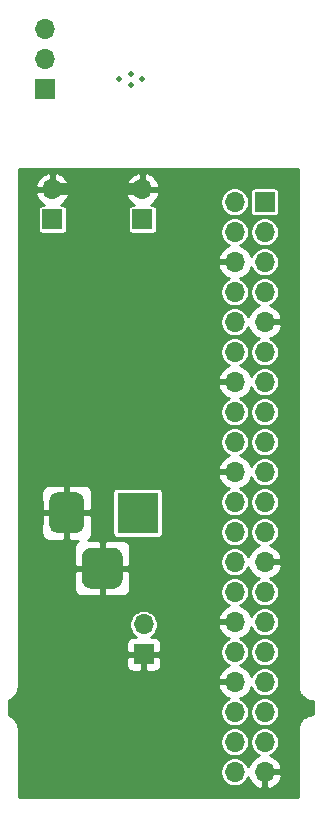
<source format=gbl>
G04 #@! TF.GenerationSoftware,KiCad,Pcbnew,(5.1.6-0-10_14)*
G04 #@! TF.CreationDate,2021-08-31T11:45:36+09:00*
G04 #@! TF.ProjectId,qPCR-panel_v_20210831,71504352-2d70-4616-9e65-6c5f765f3230,rev?*
G04 #@! TF.SameCoordinates,Original*
G04 #@! TF.FileFunction,Copper,L2,Bot*
G04 #@! TF.FilePolarity,Positive*
%FSLAX46Y46*%
G04 Gerber Fmt 4.6, Leading zero omitted, Abs format (unit mm)*
G04 Created by KiCad (PCBNEW (5.1.6-0-10_14)) date 2021-08-31 11:45:36*
%MOMM*%
%LPD*%
G01*
G04 APERTURE LIST*
G04 #@! TA.AperFunction,ComponentPad*
%ADD10O,1.700000X1.700000*%
G04 #@! TD*
G04 #@! TA.AperFunction,ComponentPad*
%ADD11R,1.700000X1.700000*%
G04 #@! TD*
G04 #@! TA.AperFunction,ComponentPad*
%ADD12R,3.500000X3.500000*%
G04 #@! TD*
G04 #@! TA.AperFunction,ComponentPad*
%ADD13C,0.499999*%
G04 #@! TD*
G04 #@! TA.AperFunction,ViaPad*
%ADD14C,0.800000*%
G04 #@! TD*
G04 #@! TA.AperFunction,Conductor*
%ADD15C,1.016000*%
G04 #@! TD*
G04 #@! TA.AperFunction,Conductor*
%ADD16C,0.254000*%
G04 #@! TD*
G04 APERTURE END LIST*
D10*
X118710000Y-141440000D03*
X121250000Y-141440000D03*
X118710000Y-138900000D03*
X121250000Y-138900000D03*
X118710000Y-136360000D03*
X121250000Y-136360000D03*
X118710000Y-133820000D03*
X121250000Y-133820000D03*
X118710000Y-131280000D03*
X121250000Y-131280000D03*
X118710000Y-128740000D03*
X121250000Y-128740000D03*
X118710000Y-126200000D03*
X121250000Y-126200000D03*
X118710000Y-123660000D03*
X121250000Y-123660000D03*
X118710000Y-121120000D03*
X121250000Y-121120000D03*
X118710000Y-118580000D03*
X121250000Y-118580000D03*
X118710000Y-116040000D03*
X121250000Y-116040000D03*
X118710000Y-113500000D03*
X121250000Y-113500000D03*
X118710000Y-110960000D03*
X121250000Y-110960000D03*
X118710000Y-108420000D03*
X121250000Y-108420000D03*
X118710000Y-105880000D03*
X121250000Y-105880000D03*
X118710000Y-103340000D03*
X121250000Y-103340000D03*
X118710000Y-100800000D03*
X121250000Y-100800000D03*
X118710000Y-98260000D03*
X121250000Y-98260000D03*
X118710000Y-95720000D03*
X121250000Y-95720000D03*
X118710000Y-93180000D03*
D11*
X121250000Y-93180000D03*
G04 #@! TA.AperFunction,ComponentPad*
G36*
G01*
X105750000Y-125075000D02*
X105750000Y-123325000D01*
G75*
G02*
X106625000Y-122450000I875000J0D01*
G01*
X108375000Y-122450000D01*
G75*
G02*
X109250000Y-123325000I0J-875000D01*
G01*
X109250000Y-125075000D01*
G75*
G02*
X108375000Y-125950000I-875000J0D01*
G01*
X106625000Y-125950000D01*
G75*
G02*
X105750000Y-125075000I0J875000D01*
G01*
G37*
G04 #@! TD.AperFunction*
G04 #@! TA.AperFunction,ComponentPad*
G36*
G01*
X103000000Y-120500000D02*
X103000000Y-118500000D01*
G75*
G02*
X103750000Y-117750000I750000J0D01*
G01*
X105250000Y-117750000D01*
G75*
G02*
X106000000Y-118500000I0J-750000D01*
G01*
X106000000Y-120500000D01*
G75*
G02*
X105250000Y-121250000I-750000J0D01*
G01*
X103750000Y-121250000D01*
G75*
G02*
X103000000Y-120500000I0J750000D01*
G01*
G37*
G04 #@! TD.AperFunction*
D12*
X110500000Y-119500000D03*
D11*
X111000000Y-131500000D03*
D10*
X111000000Y-128960000D03*
D11*
X103280000Y-94670000D03*
D10*
X103280000Y-92130000D03*
D11*
X110900000Y-94670000D03*
D10*
X110900000Y-92130000D03*
X102690000Y-78555000D03*
X102690000Y-81095000D03*
D11*
X102690000Y-83635000D03*
D13*
X109910000Y-83314999D03*
X110910001Y-82815000D03*
X109910000Y-82315001D03*
X108909999Y-82815000D03*
D14*
X111170000Y-102330000D03*
X103700000Y-122700000D03*
X103600000Y-126950000D03*
X107500000Y-128000000D03*
X105350000Y-130250000D03*
X113800000Y-134300000D03*
X109600000Y-136150000D03*
X108200000Y-132400000D03*
X105950000Y-134800000D03*
X102850000Y-133750000D03*
X101900000Y-130850000D03*
X103200000Y-138350000D03*
X106550000Y-137800000D03*
X105600000Y-140750000D03*
X102500000Y-141200000D03*
X109150000Y-139550000D03*
X112700000Y-138350000D03*
X112200000Y-141500000D03*
X115650000Y-137400000D03*
X113850000Y-130950000D03*
X115700000Y-132600000D03*
X116200000Y-129400000D03*
X113650000Y-127000000D03*
X116050000Y-123850000D03*
X116100000Y-126400000D03*
X113300000Y-124200000D03*
X114350000Y-121200000D03*
X116100000Y-118650000D03*
X113800000Y-117800000D03*
X110800000Y-113400000D03*
X113850000Y-113150000D03*
X112950000Y-115100000D03*
X115650000Y-115950000D03*
X116200000Y-113200000D03*
X112100000Y-100450000D03*
X109950000Y-100950000D03*
X108450000Y-99800000D03*
X101450000Y-97600000D03*
X102737500Y-103362500D03*
X101350000Y-102650000D03*
X101600000Y-106350000D03*
X103750000Y-107350000D03*
X101750000Y-109100000D03*
X103992500Y-109707500D03*
X102650000Y-111550000D03*
X101600000Y-113500000D03*
X104500000Y-112800000D03*
X103100000Y-114800000D03*
X101850000Y-116950000D03*
X107200000Y-119800000D03*
X101600000Y-121600000D03*
X102150000Y-124800000D03*
X115350000Y-140200000D03*
X106800000Y-100850000D03*
D15*
X103280000Y-92130000D02*
X110900000Y-92130000D01*
D16*
G36*
X124069001Y-134221168D02*
G01*
X124071135Y-134242834D01*
X124071135Y-134253228D01*
X124071764Y-134259213D01*
X124089168Y-134414372D01*
X124097289Y-134452576D01*
X124104877Y-134490901D01*
X124106657Y-134496650D01*
X124153867Y-134645475D01*
X124169255Y-134681379D01*
X124184141Y-134717495D01*
X124187003Y-134722789D01*
X124262220Y-134859609D01*
X124284298Y-134891854D01*
X124305908Y-134924379D01*
X124309744Y-134929016D01*
X124410104Y-135048620D01*
X124438017Y-135075954D01*
X124465539Y-135103669D01*
X124470203Y-135107473D01*
X124591883Y-135205306D01*
X124624579Y-135226702D01*
X124656955Y-135248539D01*
X124662268Y-135251365D01*
X124800634Y-135323701D01*
X124836859Y-135338337D01*
X124872864Y-135353472D01*
X124878625Y-135355211D01*
X125028405Y-135399294D01*
X125066782Y-135406615D01*
X125105042Y-135414469D01*
X125111021Y-135415055D01*
X125111032Y-135415057D01*
X125111042Y-135415057D01*
X125266522Y-135429207D01*
X125305552Y-135428935D01*
X125344649Y-135429207D01*
X125350639Y-135428620D01*
X125373000Y-135426270D01*
X125373000Y-136574390D01*
X125333478Y-136570793D01*
X125294414Y-136571066D01*
X125255350Y-136570793D01*
X125249361Y-136571380D01*
X125094084Y-136587701D01*
X125055822Y-136595555D01*
X125017450Y-136602875D01*
X125011695Y-136604613D01*
X125011686Y-136604615D01*
X125011678Y-136604619D01*
X124862539Y-136650784D01*
X124826494Y-136665935D01*
X124790307Y-136680556D01*
X124785003Y-136683375D01*
X124784995Y-136683379D01*
X124784988Y-136683384D01*
X124647651Y-136757642D01*
X124615266Y-136779486D01*
X124582580Y-136800875D01*
X124577921Y-136804675D01*
X124577915Y-136804679D01*
X124577910Y-136804684D01*
X124457614Y-136904201D01*
X124430090Y-136931917D01*
X124402177Y-136959252D01*
X124398341Y-136963889D01*
X124299662Y-137084883D01*
X124278061Y-137117395D01*
X124255975Y-137149650D01*
X124253113Y-137154944D01*
X124179813Y-137292801D01*
X124164924Y-137328925D01*
X124149538Y-137364823D01*
X124147759Y-137370568D01*
X124147759Y-137370570D01*
X124147758Y-137370572D01*
X124102631Y-137520041D01*
X124095046Y-137558351D01*
X124086922Y-137596569D01*
X124086293Y-137602554D01*
X124071057Y-137757941D01*
X124071057Y-137757949D01*
X124069000Y-137778833D01*
X124069001Y-143569000D01*
X100431000Y-143569000D01*
X100431000Y-141318757D01*
X117479000Y-141318757D01*
X117479000Y-141561243D01*
X117526307Y-141799069D01*
X117619102Y-142023097D01*
X117753820Y-142224717D01*
X117925283Y-142396180D01*
X118126903Y-142530898D01*
X118350931Y-142623693D01*
X118588757Y-142671000D01*
X118831243Y-142671000D01*
X119069069Y-142623693D01*
X119293097Y-142530898D01*
X119494717Y-142396180D01*
X119666180Y-142224717D01*
X119800898Y-142023097D01*
X119844909Y-141916846D01*
X119853175Y-141944099D01*
X119978359Y-142206920D01*
X120152412Y-142440269D01*
X120368645Y-142635178D01*
X120618748Y-142784157D01*
X120893109Y-142881481D01*
X121123000Y-142760814D01*
X121123000Y-141567000D01*
X121377000Y-141567000D01*
X121377000Y-142760814D01*
X121606891Y-142881481D01*
X121881252Y-142784157D01*
X122131355Y-142635178D01*
X122347588Y-142440269D01*
X122521641Y-142206920D01*
X122646825Y-141944099D01*
X122691476Y-141796890D01*
X122570155Y-141567000D01*
X121377000Y-141567000D01*
X121123000Y-141567000D01*
X121103000Y-141567000D01*
X121103000Y-141313000D01*
X121123000Y-141313000D01*
X121123000Y-141293000D01*
X121377000Y-141293000D01*
X121377000Y-141313000D01*
X122570155Y-141313000D01*
X122691476Y-141083110D01*
X122646825Y-140935901D01*
X122521641Y-140673080D01*
X122347588Y-140439731D01*
X122131355Y-140244822D01*
X121881252Y-140095843D01*
X121718832Y-140038228D01*
X121833097Y-139990898D01*
X122034717Y-139856180D01*
X122206180Y-139684717D01*
X122340898Y-139483097D01*
X122433693Y-139259069D01*
X122481000Y-139021243D01*
X122481000Y-138778757D01*
X122433693Y-138540931D01*
X122340898Y-138316903D01*
X122206180Y-138115283D01*
X122034717Y-137943820D01*
X121833097Y-137809102D01*
X121609069Y-137716307D01*
X121371243Y-137669000D01*
X121128757Y-137669000D01*
X120890931Y-137716307D01*
X120666903Y-137809102D01*
X120465283Y-137943820D01*
X120293820Y-138115283D01*
X120159102Y-138316903D01*
X120066307Y-138540931D01*
X120019000Y-138778757D01*
X120019000Y-139021243D01*
X120066307Y-139259069D01*
X120159102Y-139483097D01*
X120293820Y-139684717D01*
X120465283Y-139856180D01*
X120666903Y-139990898D01*
X120781168Y-140038228D01*
X120618748Y-140095843D01*
X120368645Y-140244822D01*
X120152412Y-140439731D01*
X119978359Y-140673080D01*
X119853175Y-140935901D01*
X119844909Y-140963154D01*
X119800898Y-140856903D01*
X119666180Y-140655283D01*
X119494717Y-140483820D01*
X119293097Y-140349102D01*
X119069069Y-140256307D01*
X118831243Y-140209000D01*
X118588757Y-140209000D01*
X118350931Y-140256307D01*
X118126903Y-140349102D01*
X117925283Y-140483820D01*
X117753820Y-140655283D01*
X117619102Y-140856903D01*
X117526307Y-141080931D01*
X117479000Y-141318757D01*
X100431000Y-141318757D01*
X100431000Y-138778757D01*
X117479000Y-138778757D01*
X117479000Y-139021243D01*
X117526307Y-139259069D01*
X117619102Y-139483097D01*
X117753820Y-139684717D01*
X117925283Y-139856180D01*
X118126903Y-139990898D01*
X118350931Y-140083693D01*
X118588757Y-140131000D01*
X118831243Y-140131000D01*
X119069069Y-140083693D01*
X119293097Y-139990898D01*
X119494717Y-139856180D01*
X119666180Y-139684717D01*
X119800898Y-139483097D01*
X119893693Y-139259069D01*
X119941000Y-139021243D01*
X119941000Y-138778757D01*
X119893693Y-138540931D01*
X119800898Y-138316903D01*
X119666180Y-138115283D01*
X119494717Y-137943820D01*
X119293097Y-137809102D01*
X119069069Y-137716307D01*
X118831243Y-137669000D01*
X118588757Y-137669000D01*
X118350931Y-137716307D01*
X118126903Y-137809102D01*
X117925283Y-137943820D01*
X117753820Y-138115283D01*
X117619102Y-138316903D01*
X117526307Y-138540931D01*
X117479000Y-138778757D01*
X100431000Y-138778757D01*
X100431000Y-137778832D01*
X100428865Y-137757156D01*
X100428865Y-137746772D01*
X100428236Y-137740786D01*
X100410832Y-137585628D01*
X100402714Y-137547437D01*
X100395123Y-137509098D01*
X100393343Y-137503349D01*
X100346133Y-137354525D01*
X100330740Y-137318609D01*
X100315859Y-137282505D01*
X100312997Y-137277211D01*
X100312997Y-137277210D01*
X100312994Y-137277206D01*
X100237780Y-137140391D01*
X100215702Y-137108146D01*
X100194092Y-137075621D01*
X100190256Y-137070984D01*
X100089896Y-136951380D01*
X100062000Y-136924062D01*
X100034460Y-136896330D01*
X100029797Y-136892527D01*
X99908117Y-136794694D01*
X99875463Y-136773326D01*
X99843045Y-136751460D01*
X99837731Y-136748635D01*
X99699366Y-136676299D01*
X99663105Y-136661648D01*
X99627137Y-136646529D01*
X99627000Y-136646488D01*
X99627000Y-135352455D01*
X99637460Y-135349217D01*
X99673513Y-135334062D01*
X99709693Y-135319444D01*
X99715000Y-135316623D01*
X99715004Y-135316621D01*
X99715007Y-135316619D01*
X99852349Y-135242358D01*
X99884749Y-135220504D01*
X99917420Y-135199125D01*
X99922081Y-135195324D01*
X99922085Y-135195321D01*
X99922089Y-135195317D01*
X100042386Y-135095799D01*
X100069929Y-135068064D01*
X100097822Y-135040748D01*
X100101648Y-135036123D01*
X100101658Y-135036113D01*
X100101665Y-135036102D01*
X100200338Y-134915117D01*
X100221951Y-134882587D01*
X100244025Y-134850349D01*
X100246887Y-134845056D01*
X100320187Y-134707198D01*
X100335071Y-134671088D01*
X100350462Y-134635177D01*
X100352241Y-134629432D01*
X100352243Y-134629426D01*
X100397369Y-134479959D01*
X100404954Y-134441649D01*
X100413078Y-134403431D01*
X100413707Y-134397446D01*
X100428943Y-134242059D01*
X100428943Y-134242052D01*
X100431000Y-134221168D01*
X100431000Y-132350000D01*
X109511928Y-132350000D01*
X109524188Y-132474482D01*
X109560498Y-132594180D01*
X109619463Y-132704494D01*
X109698815Y-132801185D01*
X109795506Y-132880537D01*
X109905820Y-132939502D01*
X110025518Y-132975812D01*
X110150000Y-132988072D01*
X110714250Y-132985000D01*
X110873000Y-132826250D01*
X110873000Y-131627000D01*
X111127000Y-131627000D01*
X111127000Y-132826250D01*
X111285750Y-132985000D01*
X111850000Y-132988072D01*
X111974482Y-132975812D01*
X112094180Y-132939502D01*
X112204494Y-132880537D01*
X112301185Y-132801185D01*
X112380537Y-132704494D01*
X112439502Y-132594180D01*
X112475812Y-132474482D01*
X112488072Y-132350000D01*
X112485000Y-131785750D01*
X112326250Y-131627000D01*
X111127000Y-131627000D01*
X110873000Y-131627000D01*
X109673750Y-131627000D01*
X109515000Y-131785750D01*
X109511928Y-132350000D01*
X100431000Y-132350000D01*
X100431000Y-130650000D01*
X109511928Y-130650000D01*
X109515000Y-131214250D01*
X109673750Y-131373000D01*
X110873000Y-131373000D01*
X110873000Y-131353000D01*
X111127000Y-131353000D01*
X111127000Y-131373000D01*
X112326250Y-131373000D01*
X112485000Y-131214250D01*
X112488072Y-130650000D01*
X112475812Y-130525518D01*
X112439502Y-130405820D01*
X112380537Y-130295506D01*
X112301185Y-130198815D01*
X112204494Y-130119463D01*
X112094180Y-130060498D01*
X111974482Y-130024188D01*
X111850000Y-130011928D01*
X111639706Y-130013073D01*
X111784717Y-129916180D01*
X111956180Y-129744717D01*
X112090898Y-129543097D01*
X112183693Y-129319069D01*
X112231000Y-129081243D01*
X112231000Y-128838757D01*
X112183693Y-128600931D01*
X112093470Y-128383110D01*
X117268524Y-128383110D01*
X117389845Y-128613000D01*
X118583000Y-128613000D01*
X118583000Y-128593000D01*
X118837000Y-128593000D01*
X118837000Y-128613000D01*
X118857000Y-128613000D01*
X118857000Y-128867000D01*
X118837000Y-128867000D01*
X118837000Y-128887000D01*
X118583000Y-128887000D01*
X118583000Y-128867000D01*
X117389845Y-128867000D01*
X117268524Y-129096890D01*
X117313175Y-129244099D01*
X117438359Y-129506920D01*
X117612412Y-129740269D01*
X117828645Y-129935178D01*
X118078748Y-130084157D01*
X118241168Y-130141772D01*
X118126903Y-130189102D01*
X117925283Y-130323820D01*
X117753820Y-130495283D01*
X117619102Y-130696903D01*
X117526307Y-130920931D01*
X117479000Y-131158757D01*
X117479000Y-131401243D01*
X117526307Y-131639069D01*
X117619102Y-131863097D01*
X117753820Y-132064717D01*
X117925283Y-132236180D01*
X118126903Y-132370898D01*
X118241168Y-132418228D01*
X118078748Y-132475843D01*
X117828645Y-132624822D01*
X117612412Y-132819731D01*
X117438359Y-133053080D01*
X117313175Y-133315901D01*
X117268524Y-133463110D01*
X117389845Y-133693000D01*
X118583000Y-133693000D01*
X118583000Y-133673000D01*
X118837000Y-133673000D01*
X118837000Y-133693000D01*
X118857000Y-133693000D01*
X118857000Y-133947000D01*
X118837000Y-133947000D01*
X118837000Y-133967000D01*
X118583000Y-133967000D01*
X118583000Y-133947000D01*
X117389845Y-133947000D01*
X117268524Y-134176890D01*
X117313175Y-134324099D01*
X117438359Y-134586920D01*
X117612412Y-134820269D01*
X117828645Y-135015178D01*
X118078748Y-135164157D01*
X118241168Y-135221772D01*
X118126903Y-135269102D01*
X117925283Y-135403820D01*
X117753820Y-135575283D01*
X117619102Y-135776903D01*
X117526307Y-136000931D01*
X117479000Y-136238757D01*
X117479000Y-136481243D01*
X117526307Y-136719069D01*
X117619102Y-136943097D01*
X117753820Y-137144717D01*
X117925283Y-137316180D01*
X118126903Y-137450898D01*
X118350931Y-137543693D01*
X118588757Y-137591000D01*
X118831243Y-137591000D01*
X119069069Y-137543693D01*
X119293097Y-137450898D01*
X119494717Y-137316180D01*
X119666180Y-137144717D01*
X119800898Y-136943097D01*
X119893693Y-136719069D01*
X119941000Y-136481243D01*
X119941000Y-136238757D01*
X120019000Y-136238757D01*
X120019000Y-136481243D01*
X120066307Y-136719069D01*
X120159102Y-136943097D01*
X120293820Y-137144717D01*
X120465283Y-137316180D01*
X120666903Y-137450898D01*
X120890931Y-137543693D01*
X121128757Y-137591000D01*
X121371243Y-137591000D01*
X121609069Y-137543693D01*
X121833097Y-137450898D01*
X122034717Y-137316180D01*
X122206180Y-137144717D01*
X122340898Y-136943097D01*
X122433693Y-136719069D01*
X122481000Y-136481243D01*
X122481000Y-136238757D01*
X122433693Y-136000931D01*
X122340898Y-135776903D01*
X122206180Y-135575283D01*
X122034717Y-135403820D01*
X121833097Y-135269102D01*
X121609069Y-135176307D01*
X121371243Y-135129000D01*
X121128757Y-135129000D01*
X120890931Y-135176307D01*
X120666903Y-135269102D01*
X120465283Y-135403820D01*
X120293820Y-135575283D01*
X120159102Y-135776903D01*
X120066307Y-136000931D01*
X120019000Y-136238757D01*
X119941000Y-136238757D01*
X119893693Y-136000931D01*
X119800898Y-135776903D01*
X119666180Y-135575283D01*
X119494717Y-135403820D01*
X119293097Y-135269102D01*
X119178832Y-135221772D01*
X119341252Y-135164157D01*
X119591355Y-135015178D01*
X119807588Y-134820269D01*
X119981641Y-134586920D01*
X120106825Y-134324099D01*
X120115091Y-134296846D01*
X120159102Y-134403097D01*
X120293820Y-134604717D01*
X120465283Y-134776180D01*
X120666903Y-134910898D01*
X120890931Y-135003693D01*
X121128757Y-135051000D01*
X121371243Y-135051000D01*
X121609069Y-135003693D01*
X121833097Y-134910898D01*
X122034717Y-134776180D01*
X122206180Y-134604717D01*
X122340898Y-134403097D01*
X122433693Y-134179069D01*
X122481000Y-133941243D01*
X122481000Y-133698757D01*
X122433693Y-133460931D01*
X122340898Y-133236903D01*
X122206180Y-133035283D01*
X122034717Y-132863820D01*
X121833097Y-132729102D01*
X121609069Y-132636307D01*
X121371243Y-132589000D01*
X121128757Y-132589000D01*
X120890931Y-132636307D01*
X120666903Y-132729102D01*
X120465283Y-132863820D01*
X120293820Y-133035283D01*
X120159102Y-133236903D01*
X120115091Y-133343154D01*
X120106825Y-133315901D01*
X119981641Y-133053080D01*
X119807588Y-132819731D01*
X119591355Y-132624822D01*
X119341252Y-132475843D01*
X119178832Y-132418228D01*
X119293097Y-132370898D01*
X119494717Y-132236180D01*
X119666180Y-132064717D01*
X119800898Y-131863097D01*
X119893693Y-131639069D01*
X119941000Y-131401243D01*
X119941000Y-131158757D01*
X120019000Y-131158757D01*
X120019000Y-131401243D01*
X120066307Y-131639069D01*
X120159102Y-131863097D01*
X120293820Y-132064717D01*
X120465283Y-132236180D01*
X120666903Y-132370898D01*
X120890931Y-132463693D01*
X121128757Y-132511000D01*
X121371243Y-132511000D01*
X121609069Y-132463693D01*
X121833097Y-132370898D01*
X122034717Y-132236180D01*
X122206180Y-132064717D01*
X122340898Y-131863097D01*
X122433693Y-131639069D01*
X122481000Y-131401243D01*
X122481000Y-131158757D01*
X122433693Y-130920931D01*
X122340898Y-130696903D01*
X122206180Y-130495283D01*
X122034717Y-130323820D01*
X121833097Y-130189102D01*
X121609069Y-130096307D01*
X121371243Y-130049000D01*
X121128757Y-130049000D01*
X120890931Y-130096307D01*
X120666903Y-130189102D01*
X120465283Y-130323820D01*
X120293820Y-130495283D01*
X120159102Y-130696903D01*
X120066307Y-130920931D01*
X120019000Y-131158757D01*
X119941000Y-131158757D01*
X119893693Y-130920931D01*
X119800898Y-130696903D01*
X119666180Y-130495283D01*
X119494717Y-130323820D01*
X119293097Y-130189102D01*
X119178832Y-130141772D01*
X119341252Y-130084157D01*
X119591355Y-129935178D01*
X119807588Y-129740269D01*
X119981641Y-129506920D01*
X120106825Y-129244099D01*
X120115091Y-129216846D01*
X120159102Y-129323097D01*
X120293820Y-129524717D01*
X120465283Y-129696180D01*
X120666903Y-129830898D01*
X120890931Y-129923693D01*
X121128757Y-129971000D01*
X121371243Y-129971000D01*
X121609069Y-129923693D01*
X121833097Y-129830898D01*
X122034717Y-129696180D01*
X122206180Y-129524717D01*
X122340898Y-129323097D01*
X122433693Y-129099069D01*
X122481000Y-128861243D01*
X122481000Y-128618757D01*
X122433693Y-128380931D01*
X122340898Y-128156903D01*
X122206180Y-127955283D01*
X122034717Y-127783820D01*
X121833097Y-127649102D01*
X121609069Y-127556307D01*
X121371243Y-127509000D01*
X121128757Y-127509000D01*
X120890931Y-127556307D01*
X120666903Y-127649102D01*
X120465283Y-127783820D01*
X120293820Y-127955283D01*
X120159102Y-128156903D01*
X120115091Y-128263154D01*
X120106825Y-128235901D01*
X119981641Y-127973080D01*
X119807588Y-127739731D01*
X119591355Y-127544822D01*
X119341252Y-127395843D01*
X119178832Y-127338228D01*
X119293097Y-127290898D01*
X119494717Y-127156180D01*
X119666180Y-126984717D01*
X119800898Y-126783097D01*
X119893693Y-126559069D01*
X119941000Y-126321243D01*
X119941000Y-126078757D01*
X119893693Y-125840931D01*
X119800898Y-125616903D01*
X119666180Y-125415283D01*
X119494717Y-125243820D01*
X119293097Y-125109102D01*
X119069069Y-125016307D01*
X118831243Y-124969000D01*
X118588757Y-124969000D01*
X118350931Y-125016307D01*
X118126903Y-125109102D01*
X117925283Y-125243820D01*
X117753820Y-125415283D01*
X117619102Y-125616903D01*
X117526307Y-125840931D01*
X117479000Y-126078757D01*
X117479000Y-126321243D01*
X117526307Y-126559069D01*
X117619102Y-126783097D01*
X117753820Y-126984717D01*
X117925283Y-127156180D01*
X118126903Y-127290898D01*
X118241168Y-127338228D01*
X118078748Y-127395843D01*
X117828645Y-127544822D01*
X117612412Y-127739731D01*
X117438359Y-127973080D01*
X117313175Y-128235901D01*
X117268524Y-128383110D01*
X112093470Y-128383110D01*
X112090898Y-128376903D01*
X111956180Y-128175283D01*
X111784717Y-128003820D01*
X111583097Y-127869102D01*
X111359069Y-127776307D01*
X111121243Y-127729000D01*
X110878757Y-127729000D01*
X110640931Y-127776307D01*
X110416903Y-127869102D01*
X110215283Y-128003820D01*
X110043820Y-128175283D01*
X109909102Y-128376903D01*
X109816307Y-128600931D01*
X109769000Y-128838757D01*
X109769000Y-129081243D01*
X109816307Y-129319069D01*
X109909102Y-129543097D01*
X110043820Y-129744717D01*
X110215283Y-129916180D01*
X110360294Y-130013073D01*
X110150000Y-130011928D01*
X110025518Y-130024188D01*
X109905820Y-130060498D01*
X109795506Y-130119463D01*
X109698815Y-130198815D01*
X109619463Y-130295506D01*
X109560498Y-130405820D01*
X109524188Y-130525518D01*
X109511928Y-130650000D01*
X100431000Y-130650000D01*
X100431000Y-125950000D01*
X105111928Y-125950000D01*
X105124188Y-126074482D01*
X105160498Y-126194180D01*
X105219463Y-126304494D01*
X105298815Y-126401185D01*
X105395506Y-126480537D01*
X105505820Y-126539502D01*
X105625518Y-126575812D01*
X105750000Y-126588072D01*
X107214250Y-126585000D01*
X107373000Y-126426250D01*
X107373000Y-124327000D01*
X107627000Y-124327000D01*
X107627000Y-126426250D01*
X107785750Y-126585000D01*
X109250000Y-126588072D01*
X109374482Y-126575812D01*
X109494180Y-126539502D01*
X109604494Y-126480537D01*
X109701185Y-126401185D01*
X109780537Y-126304494D01*
X109839502Y-126194180D01*
X109875812Y-126074482D01*
X109888072Y-125950000D01*
X109885000Y-124485750D01*
X109726250Y-124327000D01*
X107627000Y-124327000D01*
X107373000Y-124327000D01*
X105273750Y-124327000D01*
X105115000Y-124485750D01*
X105111928Y-125950000D01*
X100431000Y-125950000D01*
X100431000Y-121250000D01*
X102361928Y-121250000D01*
X102374188Y-121374482D01*
X102410498Y-121494180D01*
X102469463Y-121604494D01*
X102548815Y-121701185D01*
X102645506Y-121780537D01*
X102755820Y-121839502D01*
X102875518Y-121875812D01*
X103000000Y-121888072D01*
X104214250Y-121885000D01*
X104373000Y-121726250D01*
X104373000Y-119627000D01*
X104627000Y-119627000D01*
X104627000Y-121726250D01*
X104785750Y-121885000D01*
X105456805Y-121886698D01*
X105395506Y-121919463D01*
X105298815Y-121998815D01*
X105219463Y-122095506D01*
X105160498Y-122205820D01*
X105124188Y-122325518D01*
X105111928Y-122450000D01*
X105115000Y-123914250D01*
X105273750Y-124073000D01*
X107373000Y-124073000D01*
X107373000Y-121973750D01*
X107627000Y-121973750D01*
X107627000Y-124073000D01*
X109726250Y-124073000D01*
X109885000Y-123914250D01*
X109885787Y-123538757D01*
X117479000Y-123538757D01*
X117479000Y-123781243D01*
X117526307Y-124019069D01*
X117619102Y-124243097D01*
X117753820Y-124444717D01*
X117925283Y-124616180D01*
X118126903Y-124750898D01*
X118350931Y-124843693D01*
X118588757Y-124891000D01*
X118831243Y-124891000D01*
X119069069Y-124843693D01*
X119293097Y-124750898D01*
X119494717Y-124616180D01*
X119666180Y-124444717D01*
X119800898Y-124243097D01*
X119844909Y-124136846D01*
X119853175Y-124164099D01*
X119978359Y-124426920D01*
X120152412Y-124660269D01*
X120368645Y-124855178D01*
X120618748Y-125004157D01*
X120781168Y-125061772D01*
X120666903Y-125109102D01*
X120465283Y-125243820D01*
X120293820Y-125415283D01*
X120159102Y-125616903D01*
X120066307Y-125840931D01*
X120019000Y-126078757D01*
X120019000Y-126321243D01*
X120066307Y-126559069D01*
X120159102Y-126783097D01*
X120293820Y-126984717D01*
X120465283Y-127156180D01*
X120666903Y-127290898D01*
X120890931Y-127383693D01*
X121128757Y-127431000D01*
X121371243Y-127431000D01*
X121609069Y-127383693D01*
X121833097Y-127290898D01*
X122034717Y-127156180D01*
X122206180Y-126984717D01*
X122340898Y-126783097D01*
X122433693Y-126559069D01*
X122481000Y-126321243D01*
X122481000Y-126078757D01*
X122433693Y-125840931D01*
X122340898Y-125616903D01*
X122206180Y-125415283D01*
X122034717Y-125243820D01*
X121833097Y-125109102D01*
X121718832Y-125061772D01*
X121881252Y-125004157D01*
X122131355Y-124855178D01*
X122347588Y-124660269D01*
X122521641Y-124426920D01*
X122646825Y-124164099D01*
X122691476Y-124016890D01*
X122570155Y-123787000D01*
X121377000Y-123787000D01*
X121377000Y-123807000D01*
X121123000Y-123807000D01*
X121123000Y-123787000D01*
X121103000Y-123787000D01*
X121103000Y-123533000D01*
X121123000Y-123533000D01*
X121123000Y-123513000D01*
X121377000Y-123513000D01*
X121377000Y-123533000D01*
X122570155Y-123533000D01*
X122691476Y-123303110D01*
X122646825Y-123155901D01*
X122521641Y-122893080D01*
X122347588Y-122659731D01*
X122131355Y-122464822D01*
X121881252Y-122315843D01*
X121718832Y-122258228D01*
X121833097Y-122210898D01*
X122034717Y-122076180D01*
X122206180Y-121904717D01*
X122340898Y-121703097D01*
X122433693Y-121479069D01*
X122481000Y-121241243D01*
X122481000Y-120998757D01*
X122433693Y-120760931D01*
X122340898Y-120536903D01*
X122206180Y-120335283D01*
X122034717Y-120163820D01*
X121833097Y-120029102D01*
X121609069Y-119936307D01*
X121371243Y-119889000D01*
X121128757Y-119889000D01*
X120890931Y-119936307D01*
X120666903Y-120029102D01*
X120465283Y-120163820D01*
X120293820Y-120335283D01*
X120159102Y-120536903D01*
X120066307Y-120760931D01*
X120019000Y-120998757D01*
X120019000Y-121241243D01*
X120066307Y-121479069D01*
X120159102Y-121703097D01*
X120293820Y-121904717D01*
X120465283Y-122076180D01*
X120666903Y-122210898D01*
X120781168Y-122258228D01*
X120618748Y-122315843D01*
X120368645Y-122464822D01*
X120152412Y-122659731D01*
X119978359Y-122893080D01*
X119853175Y-123155901D01*
X119844909Y-123183154D01*
X119800898Y-123076903D01*
X119666180Y-122875283D01*
X119494717Y-122703820D01*
X119293097Y-122569102D01*
X119069069Y-122476307D01*
X118831243Y-122429000D01*
X118588757Y-122429000D01*
X118350931Y-122476307D01*
X118126903Y-122569102D01*
X117925283Y-122703820D01*
X117753820Y-122875283D01*
X117619102Y-123076903D01*
X117526307Y-123300931D01*
X117479000Y-123538757D01*
X109885787Y-123538757D01*
X109888072Y-122450000D01*
X109875812Y-122325518D01*
X109839502Y-122205820D01*
X109780537Y-122095506D01*
X109701185Y-121998815D01*
X109604494Y-121919463D01*
X109494180Y-121860498D01*
X109374482Y-121824188D01*
X109250000Y-121811928D01*
X107785750Y-121815000D01*
X107627000Y-121973750D01*
X107373000Y-121973750D01*
X107214250Y-121815000D01*
X106293633Y-121813069D01*
X106354494Y-121780537D01*
X106451185Y-121701185D01*
X106530537Y-121604494D01*
X106589502Y-121494180D01*
X106625812Y-121374482D01*
X106638072Y-121250000D01*
X106635000Y-119785750D01*
X106476250Y-119627000D01*
X104627000Y-119627000D01*
X104373000Y-119627000D01*
X102523750Y-119627000D01*
X102365000Y-119785750D01*
X102361928Y-121250000D01*
X100431000Y-121250000D01*
X100431000Y-117750000D01*
X102361928Y-117750000D01*
X102365000Y-119214250D01*
X102523750Y-119373000D01*
X104373000Y-119373000D01*
X104373000Y-117273750D01*
X104627000Y-117273750D01*
X104627000Y-119373000D01*
X106476250Y-119373000D01*
X106635000Y-119214250D01*
X106638072Y-117750000D01*
X108367157Y-117750000D01*
X108367157Y-121250000D01*
X108374513Y-121324689D01*
X108396299Y-121396508D01*
X108431678Y-121462696D01*
X108479289Y-121520711D01*
X108537304Y-121568322D01*
X108603492Y-121603701D01*
X108675311Y-121625487D01*
X108750000Y-121632843D01*
X112250000Y-121632843D01*
X112324689Y-121625487D01*
X112396508Y-121603701D01*
X112462696Y-121568322D01*
X112520711Y-121520711D01*
X112568322Y-121462696D01*
X112603701Y-121396508D01*
X112625487Y-121324689D01*
X112632843Y-121250000D01*
X112632843Y-120998757D01*
X117479000Y-120998757D01*
X117479000Y-121241243D01*
X117526307Y-121479069D01*
X117619102Y-121703097D01*
X117753820Y-121904717D01*
X117925283Y-122076180D01*
X118126903Y-122210898D01*
X118350931Y-122303693D01*
X118588757Y-122351000D01*
X118831243Y-122351000D01*
X119069069Y-122303693D01*
X119293097Y-122210898D01*
X119494717Y-122076180D01*
X119666180Y-121904717D01*
X119800898Y-121703097D01*
X119893693Y-121479069D01*
X119941000Y-121241243D01*
X119941000Y-120998757D01*
X119893693Y-120760931D01*
X119800898Y-120536903D01*
X119666180Y-120335283D01*
X119494717Y-120163820D01*
X119293097Y-120029102D01*
X119069069Y-119936307D01*
X118831243Y-119889000D01*
X118588757Y-119889000D01*
X118350931Y-119936307D01*
X118126903Y-120029102D01*
X117925283Y-120163820D01*
X117753820Y-120335283D01*
X117619102Y-120536903D01*
X117526307Y-120760931D01*
X117479000Y-120998757D01*
X112632843Y-120998757D01*
X112632843Y-117750000D01*
X112625487Y-117675311D01*
X112603701Y-117603492D01*
X112568322Y-117537304D01*
X112520711Y-117479289D01*
X112462696Y-117431678D01*
X112396508Y-117396299D01*
X112324689Y-117374513D01*
X112250000Y-117367157D01*
X108750000Y-117367157D01*
X108675311Y-117374513D01*
X108603492Y-117396299D01*
X108537304Y-117431678D01*
X108479289Y-117479289D01*
X108431678Y-117537304D01*
X108396299Y-117603492D01*
X108374513Y-117675311D01*
X108367157Y-117750000D01*
X106638072Y-117750000D01*
X106625812Y-117625518D01*
X106589502Y-117505820D01*
X106530537Y-117395506D01*
X106451185Y-117298815D01*
X106354494Y-117219463D01*
X106244180Y-117160498D01*
X106124482Y-117124188D01*
X106000000Y-117111928D01*
X104785750Y-117115000D01*
X104627000Y-117273750D01*
X104373000Y-117273750D01*
X104214250Y-117115000D01*
X103000000Y-117111928D01*
X102875518Y-117124188D01*
X102755820Y-117160498D01*
X102645506Y-117219463D01*
X102548815Y-117298815D01*
X102469463Y-117395506D01*
X102410498Y-117505820D01*
X102374188Y-117625518D01*
X102361928Y-117750000D01*
X100431000Y-117750000D01*
X100431000Y-115683110D01*
X117268524Y-115683110D01*
X117389845Y-115913000D01*
X118583000Y-115913000D01*
X118583000Y-115893000D01*
X118837000Y-115893000D01*
X118837000Y-115913000D01*
X118857000Y-115913000D01*
X118857000Y-116167000D01*
X118837000Y-116167000D01*
X118837000Y-116187000D01*
X118583000Y-116187000D01*
X118583000Y-116167000D01*
X117389845Y-116167000D01*
X117268524Y-116396890D01*
X117313175Y-116544099D01*
X117438359Y-116806920D01*
X117612412Y-117040269D01*
X117828645Y-117235178D01*
X118078748Y-117384157D01*
X118241168Y-117441772D01*
X118126903Y-117489102D01*
X117925283Y-117623820D01*
X117753820Y-117795283D01*
X117619102Y-117996903D01*
X117526307Y-118220931D01*
X117479000Y-118458757D01*
X117479000Y-118701243D01*
X117526307Y-118939069D01*
X117619102Y-119163097D01*
X117753820Y-119364717D01*
X117925283Y-119536180D01*
X118126903Y-119670898D01*
X118350931Y-119763693D01*
X118588757Y-119811000D01*
X118831243Y-119811000D01*
X119069069Y-119763693D01*
X119293097Y-119670898D01*
X119494717Y-119536180D01*
X119666180Y-119364717D01*
X119800898Y-119163097D01*
X119893693Y-118939069D01*
X119941000Y-118701243D01*
X119941000Y-118458757D01*
X120019000Y-118458757D01*
X120019000Y-118701243D01*
X120066307Y-118939069D01*
X120159102Y-119163097D01*
X120293820Y-119364717D01*
X120465283Y-119536180D01*
X120666903Y-119670898D01*
X120890931Y-119763693D01*
X121128757Y-119811000D01*
X121371243Y-119811000D01*
X121609069Y-119763693D01*
X121833097Y-119670898D01*
X122034717Y-119536180D01*
X122206180Y-119364717D01*
X122340898Y-119163097D01*
X122433693Y-118939069D01*
X122481000Y-118701243D01*
X122481000Y-118458757D01*
X122433693Y-118220931D01*
X122340898Y-117996903D01*
X122206180Y-117795283D01*
X122034717Y-117623820D01*
X121833097Y-117489102D01*
X121609069Y-117396307D01*
X121371243Y-117349000D01*
X121128757Y-117349000D01*
X120890931Y-117396307D01*
X120666903Y-117489102D01*
X120465283Y-117623820D01*
X120293820Y-117795283D01*
X120159102Y-117996903D01*
X120066307Y-118220931D01*
X120019000Y-118458757D01*
X119941000Y-118458757D01*
X119893693Y-118220931D01*
X119800898Y-117996903D01*
X119666180Y-117795283D01*
X119494717Y-117623820D01*
X119293097Y-117489102D01*
X119178832Y-117441772D01*
X119341252Y-117384157D01*
X119591355Y-117235178D01*
X119807588Y-117040269D01*
X119981641Y-116806920D01*
X120106825Y-116544099D01*
X120115091Y-116516846D01*
X120159102Y-116623097D01*
X120293820Y-116824717D01*
X120465283Y-116996180D01*
X120666903Y-117130898D01*
X120890931Y-117223693D01*
X121128757Y-117271000D01*
X121371243Y-117271000D01*
X121609069Y-117223693D01*
X121833097Y-117130898D01*
X122034717Y-116996180D01*
X122206180Y-116824717D01*
X122340898Y-116623097D01*
X122433693Y-116399069D01*
X122481000Y-116161243D01*
X122481000Y-115918757D01*
X122433693Y-115680931D01*
X122340898Y-115456903D01*
X122206180Y-115255283D01*
X122034717Y-115083820D01*
X121833097Y-114949102D01*
X121609069Y-114856307D01*
X121371243Y-114809000D01*
X121128757Y-114809000D01*
X120890931Y-114856307D01*
X120666903Y-114949102D01*
X120465283Y-115083820D01*
X120293820Y-115255283D01*
X120159102Y-115456903D01*
X120115091Y-115563154D01*
X120106825Y-115535901D01*
X119981641Y-115273080D01*
X119807588Y-115039731D01*
X119591355Y-114844822D01*
X119341252Y-114695843D01*
X119178832Y-114638228D01*
X119293097Y-114590898D01*
X119494717Y-114456180D01*
X119666180Y-114284717D01*
X119800898Y-114083097D01*
X119893693Y-113859069D01*
X119941000Y-113621243D01*
X119941000Y-113378757D01*
X120019000Y-113378757D01*
X120019000Y-113621243D01*
X120066307Y-113859069D01*
X120159102Y-114083097D01*
X120293820Y-114284717D01*
X120465283Y-114456180D01*
X120666903Y-114590898D01*
X120890931Y-114683693D01*
X121128757Y-114731000D01*
X121371243Y-114731000D01*
X121609069Y-114683693D01*
X121833097Y-114590898D01*
X122034717Y-114456180D01*
X122206180Y-114284717D01*
X122340898Y-114083097D01*
X122433693Y-113859069D01*
X122481000Y-113621243D01*
X122481000Y-113378757D01*
X122433693Y-113140931D01*
X122340898Y-112916903D01*
X122206180Y-112715283D01*
X122034717Y-112543820D01*
X121833097Y-112409102D01*
X121609069Y-112316307D01*
X121371243Y-112269000D01*
X121128757Y-112269000D01*
X120890931Y-112316307D01*
X120666903Y-112409102D01*
X120465283Y-112543820D01*
X120293820Y-112715283D01*
X120159102Y-112916903D01*
X120066307Y-113140931D01*
X120019000Y-113378757D01*
X119941000Y-113378757D01*
X119893693Y-113140931D01*
X119800898Y-112916903D01*
X119666180Y-112715283D01*
X119494717Y-112543820D01*
X119293097Y-112409102D01*
X119069069Y-112316307D01*
X118831243Y-112269000D01*
X118588757Y-112269000D01*
X118350931Y-112316307D01*
X118126903Y-112409102D01*
X117925283Y-112543820D01*
X117753820Y-112715283D01*
X117619102Y-112916903D01*
X117526307Y-113140931D01*
X117479000Y-113378757D01*
X117479000Y-113621243D01*
X117526307Y-113859069D01*
X117619102Y-114083097D01*
X117753820Y-114284717D01*
X117925283Y-114456180D01*
X118126903Y-114590898D01*
X118241168Y-114638228D01*
X118078748Y-114695843D01*
X117828645Y-114844822D01*
X117612412Y-115039731D01*
X117438359Y-115273080D01*
X117313175Y-115535901D01*
X117268524Y-115683110D01*
X100431000Y-115683110D01*
X100431000Y-108063110D01*
X117268524Y-108063110D01*
X117389845Y-108293000D01*
X118583000Y-108293000D01*
X118583000Y-108273000D01*
X118837000Y-108273000D01*
X118837000Y-108293000D01*
X118857000Y-108293000D01*
X118857000Y-108547000D01*
X118837000Y-108547000D01*
X118837000Y-108567000D01*
X118583000Y-108567000D01*
X118583000Y-108547000D01*
X117389845Y-108547000D01*
X117268524Y-108776890D01*
X117313175Y-108924099D01*
X117438359Y-109186920D01*
X117612412Y-109420269D01*
X117828645Y-109615178D01*
X118078748Y-109764157D01*
X118241168Y-109821772D01*
X118126903Y-109869102D01*
X117925283Y-110003820D01*
X117753820Y-110175283D01*
X117619102Y-110376903D01*
X117526307Y-110600931D01*
X117479000Y-110838757D01*
X117479000Y-111081243D01*
X117526307Y-111319069D01*
X117619102Y-111543097D01*
X117753820Y-111744717D01*
X117925283Y-111916180D01*
X118126903Y-112050898D01*
X118350931Y-112143693D01*
X118588757Y-112191000D01*
X118831243Y-112191000D01*
X119069069Y-112143693D01*
X119293097Y-112050898D01*
X119494717Y-111916180D01*
X119666180Y-111744717D01*
X119800898Y-111543097D01*
X119893693Y-111319069D01*
X119941000Y-111081243D01*
X119941000Y-110838757D01*
X120019000Y-110838757D01*
X120019000Y-111081243D01*
X120066307Y-111319069D01*
X120159102Y-111543097D01*
X120293820Y-111744717D01*
X120465283Y-111916180D01*
X120666903Y-112050898D01*
X120890931Y-112143693D01*
X121128757Y-112191000D01*
X121371243Y-112191000D01*
X121609069Y-112143693D01*
X121833097Y-112050898D01*
X122034717Y-111916180D01*
X122206180Y-111744717D01*
X122340898Y-111543097D01*
X122433693Y-111319069D01*
X122481000Y-111081243D01*
X122481000Y-110838757D01*
X122433693Y-110600931D01*
X122340898Y-110376903D01*
X122206180Y-110175283D01*
X122034717Y-110003820D01*
X121833097Y-109869102D01*
X121609069Y-109776307D01*
X121371243Y-109729000D01*
X121128757Y-109729000D01*
X120890931Y-109776307D01*
X120666903Y-109869102D01*
X120465283Y-110003820D01*
X120293820Y-110175283D01*
X120159102Y-110376903D01*
X120066307Y-110600931D01*
X120019000Y-110838757D01*
X119941000Y-110838757D01*
X119893693Y-110600931D01*
X119800898Y-110376903D01*
X119666180Y-110175283D01*
X119494717Y-110003820D01*
X119293097Y-109869102D01*
X119178832Y-109821772D01*
X119341252Y-109764157D01*
X119591355Y-109615178D01*
X119807588Y-109420269D01*
X119981641Y-109186920D01*
X120106825Y-108924099D01*
X120115091Y-108896846D01*
X120159102Y-109003097D01*
X120293820Y-109204717D01*
X120465283Y-109376180D01*
X120666903Y-109510898D01*
X120890931Y-109603693D01*
X121128757Y-109651000D01*
X121371243Y-109651000D01*
X121609069Y-109603693D01*
X121833097Y-109510898D01*
X122034717Y-109376180D01*
X122206180Y-109204717D01*
X122340898Y-109003097D01*
X122433693Y-108779069D01*
X122481000Y-108541243D01*
X122481000Y-108298757D01*
X122433693Y-108060931D01*
X122340898Y-107836903D01*
X122206180Y-107635283D01*
X122034717Y-107463820D01*
X121833097Y-107329102D01*
X121609069Y-107236307D01*
X121371243Y-107189000D01*
X121128757Y-107189000D01*
X120890931Y-107236307D01*
X120666903Y-107329102D01*
X120465283Y-107463820D01*
X120293820Y-107635283D01*
X120159102Y-107836903D01*
X120115091Y-107943154D01*
X120106825Y-107915901D01*
X119981641Y-107653080D01*
X119807588Y-107419731D01*
X119591355Y-107224822D01*
X119341252Y-107075843D01*
X119178832Y-107018228D01*
X119293097Y-106970898D01*
X119494717Y-106836180D01*
X119666180Y-106664717D01*
X119800898Y-106463097D01*
X119893693Y-106239069D01*
X119941000Y-106001243D01*
X119941000Y-105758757D01*
X119893693Y-105520931D01*
X119800898Y-105296903D01*
X119666180Y-105095283D01*
X119494717Y-104923820D01*
X119293097Y-104789102D01*
X119069069Y-104696307D01*
X118831243Y-104649000D01*
X118588757Y-104649000D01*
X118350931Y-104696307D01*
X118126903Y-104789102D01*
X117925283Y-104923820D01*
X117753820Y-105095283D01*
X117619102Y-105296903D01*
X117526307Y-105520931D01*
X117479000Y-105758757D01*
X117479000Y-106001243D01*
X117526307Y-106239069D01*
X117619102Y-106463097D01*
X117753820Y-106664717D01*
X117925283Y-106836180D01*
X118126903Y-106970898D01*
X118241168Y-107018228D01*
X118078748Y-107075843D01*
X117828645Y-107224822D01*
X117612412Y-107419731D01*
X117438359Y-107653080D01*
X117313175Y-107915901D01*
X117268524Y-108063110D01*
X100431000Y-108063110D01*
X100431000Y-103218757D01*
X117479000Y-103218757D01*
X117479000Y-103461243D01*
X117526307Y-103699069D01*
X117619102Y-103923097D01*
X117753820Y-104124717D01*
X117925283Y-104296180D01*
X118126903Y-104430898D01*
X118350931Y-104523693D01*
X118588757Y-104571000D01*
X118831243Y-104571000D01*
X119069069Y-104523693D01*
X119293097Y-104430898D01*
X119494717Y-104296180D01*
X119666180Y-104124717D01*
X119800898Y-103923097D01*
X119844909Y-103816846D01*
X119853175Y-103844099D01*
X119978359Y-104106920D01*
X120152412Y-104340269D01*
X120368645Y-104535178D01*
X120618748Y-104684157D01*
X120781168Y-104741772D01*
X120666903Y-104789102D01*
X120465283Y-104923820D01*
X120293820Y-105095283D01*
X120159102Y-105296903D01*
X120066307Y-105520931D01*
X120019000Y-105758757D01*
X120019000Y-106001243D01*
X120066307Y-106239069D01*
X120159102Y-106463097D01*
X120293820Y-106664717D01*
X120465283Y-106836180D01*
X120666903Y-106970898D01*
X120890931Y-107063693D01*
X121128757Y-107111000D01*
X121371243Y-107111000D01*
X121609069Y-107063693D01*
X121833097Y-106970898D01*
X122034717Y-106836180D01*
X122206180Y-106664717D01*
X122340898Y-106463097D01*
X122433693Y-106239069D01*
X122481000Y-106001243D01*
X122481000Y-105758757D01*
X122433693Y-105520931D01*
X122340898Y-105296903D01*
X122206180Y-105095283D01*
X122034717Y-104923820D01*
X121833097Y-104789102D01*
X121718832Y-104741772D01*
X121881252Y-104684157D01*
X122131355Y-104535178D01*
X122347588Y-104340269D01*
X122521641Y-104106920D01*
X122646825Y-103844099D01*
X122691476Y-103696890D01*
X122570155Y-103467000D01*
X121377000Y-103467000D01*
X121377000Y-103487000D01*
X121123000Y-103487000D01*
X121123000Y-103467000D01*
X121103000Y-103467000D01*
X121103000Y-103213000D01*
X121123000Y-103213000D01*
X121123000Y-103193000D01*
X121377000Y-103193000D01*
X121377000Y-103213000D01*
X122570155Y-103213000D01*
X122691476Y-102983110D01*
X122646825Y-102835901D01*
X122521641Y-102573080D01*
X122347588Y-102339731D01*
X122131355Y-102144822D01*
X121881252Y-101995843D01*
X121718832Y-101938228D01*
X121833097Y-101890898D01*
X122034717Y-101756180D01*
X122206180Y-101584717D01*
X122340898Y-101383097D01*
X122433693Y-101159069D01*
X122481000Y-100921243D01*
X122481000Y-100678757D01*
X122433693Y-100440931D01*
X122340898Y-100216903D01*
X122206180Y-100015283D01*
X122034717Y-99843820D01*
X121833097Y-99709102D01*
X121609069Y-99616307D01*
X121371243Y-99569000D01*
X121128757Y-99569000D01*
X120890931Y-99616307D01*
X120666903Y-99709102D01*
X120465283Y-99843820D01*
X120293820Y-100015283D01*
X120159102Y-100216903D01*
X120066307Y-100440931D01*
X120019000Y-100678757D01*
X120019000Y-100921243D01*
X120066307Y-101159069D01*
X120159102Y-101383097D01*
X120293820Y-101584717D01*
X120465283Y-101756180D01*
X120666903Y-101890898D01*
X120781168Y-101938228D01*
X120618748Y-101995843D01*
X120368645Y-102144822D01*
X120152412Y-102339731D01*
X119978359Y-102573080D01*
X119853175Y-102835901D01*
X119844909Y-102863154D01*
X119800898Y-102756903D01*
X119666180Y-102555283D01*
X119494717Y-102383820D01*
X119293097Y-102249102D01*
X119069069Y-102156307D01*
X118831243Y-102109000D01*
X118588757Y-102109000D01*
X118350931Y-102156307D01*
X118126903Y-102249102D01*
X117925283Y-102383820D01*
X117753820Y-102555283D01*
X117619102Y-102756903D01*
X117526307Y-102980931D01*
X117479000Y-103218757D01*
X100431000Y-103218757D01*
X100431000Y-97903110D01*
X117268524Y-97903110D01*
X117389845Y-98133000D01*
X118583000Y-98133000D01*
X118583000Y-98113000D01*
X118837000Y-98113000D01*
X118837000Y-98133000D01*
X118857000Y-98133000D01*
X118857000Y-98387000D01*
X118837000Y-98387000D01*
X118837000Y-98407000D01*
X118583000Y-98407000D01*
X118583000Y-98387000D01*
X117389845Y-98387000D01*
X117268524Y-98616890D01*
X117313175Y-98764099D01*
X117438359Y-99026920D01*
X117612412Y-99260269D01*
X117828645Y-99455178D01*
X118078748Y-99604157D01*
X118241168Y-99661772D01*
X118126903Y-99709102D01*
X117925283Y-99843820D01*
X117753820Y-100015283D01*
X117619102Y-100216903D01*
X117526307Y-100440931D01*
X117479000Y-100678757D01*
X117479000Y-100921243D01*
X117526307Y-101159069D01*
X117619102Y-101383097D01*
X117753820Y-101584717D01*
X117925283Y-101756180D01*
X118126903Y-101890898D01*
X118350931Y-101983693D01*
X118588757Y-102031000D01*
X118831243Y-102031000D01*
X119069069Y-101983693D01*
X119293097Y-101890898D01*
X119494717Y-101756180D01*
X119666180Y-101584717D01*
X119800898Y-101383097D01*
X119893693Y-101159069D01*
X119941000Y-100921243D01*
X119941000Y-100678757D01*
X119893693Y-100440931D01*
X119800898Y-100216903D01*
X119666180Y-100015283D01*
X119494717Y-99843820D01*
X119293097Y-99709102D01*
X119178832Y-99661772D01*
X119341252Y-99604157D01*
X119591355Y-99455178D01*
X119807588Y-99260269D01*
X119981641Y-99026920D01*
X120106825Y-98764099D01*
X120115091Y-98736846D01*
X120159102Y-98843097D01*
X120293820Y-99044717D01*
X120465283Y-99216180D01*
X120666903Y-99350898D01*
X120890931Y-99443693D01*
X121128757Y-99491000D01*
X121371243Y-99491000D01*
X121609069Y-99443693D01*
X121833097Y-99350898D01*
X122034717Y-99216180D01*
X122206180Y-99044717D01*
X122340898Y-98843097D01*
X122433693Y-98619069D01*
X122481000Y-98381243D01*
X122481000Y-98138757D01*
X122433693Y-97900931D01*
X122340898Y-97676903D01*
X122206180Y-97475283D01*
X122034717Y-97303820D01*
X121833097Y-97169102D01*
X121609069Y-97076307D01*
X121371243Y-97029000D01*
X121128757Y-97029000D01*
X120890931Y-97076307D01*
X120666903Y-97169102D01*
X120465283Y-97303820D01*
X120293820Y-97475283D01*
X120159102Y-97676903D01*
X120115091Y-97783154D01*
X120106825Y-97755901D01*
X119981641Y-97493080D01*
X119807588Y-97259731D01*
X119591355Y-97064822D01*
X119341252Y-96915843D01*
X119178832Y-96858228D01*
X119293097Y-96810898D01*
X119494717Y-96676180D01*
X119666180Y-96504717D01*
X119800898Y-96303097D01*
X119893693Y-96079069D01*
X119941000Y-95841243D01*
X119941000Y-95598757D01*
X120019000Y-95598757D01*
X120019000Y-95841243D01*
X120066307Y-96079069D01*
X120159102Y-96303097D01*
X120293820Y-96504717D01*
X120465283Y-96676180D01*
X120666903Y-96810898D01*
X120890931Y-96903693D01*
X121128757Y-96951000D01*
X121371243Y-96951000D01*
X121609069Y-96903693D01*
X121833097Y-96810898D01*
X122034717Y-96676180D01*
X122206180Y-96504717D01*
X122340898Y-96303097D01*
X122433693Y-96079069D01*
X122481000Y-95841243D01*
X122481000Y-95598757D01*
X122433693Y-95360931D01*
X122340898Y-95136903D01*
X122206180Y-94935283D01*
X122034717Y-94763820D01*
X121833097Y-94629102D01*
X121609069Y-94536307D01*
X121371243Y-94489000D01*
X121128757Y-94489000D01*
X120890931Y-94536307D01*
X120666903Y-94629102D01*
X120465283Y-94763820D01*
X120293820Y-94935283D01*
X120159102Y-95136903D01*
X120066307Y-95360931D01*
X120019000Y-95598757D01*
X119941000Y-95598757D01*
X119893693Y-95360931D01*
X119800898Y-95136903D01*
X119666180Y-94935283D01*
X119494717Y-94763820D01*
X119293097Y-94629102D01*
X119069069Y-94536307D01*
X118831243Y-94489000D01*
X118588757Y-94489000D01*
X118350931Y-94536307D01*
X118126903Y-94629102D01*
X117925283Y-94763820D01*
X117753820Y-94935283D01*
X117619102Y-95136903D01*
X117526307Y-95360931D01*
X117479000Y-95598757D01*
X117479000Y-95841243D01*
X117526307Y-96079069D01*
X117619102Y-96303097D01*
X117753820Y-96504717D01*
X117925283Y-96676180D01*
X118126903Y-96810898D01*
X118241168Y-96858228D01*
X118078748Y-96915843D01*
X117828645Y-97064822D01*
X117612412Y-97259731D01*
X117438359Y-97493080D01*
X117313175Y-97755901D01*
X117268524Y-97903110D01*
X100431000Y-97903110D01*
X100431000Y-92486890D01*
X101838524Y-92486890D01*
X101883175Y-92634099D01*
X102008359Y-92896920D01*
X102182412Y-93130269D01*
X102398645Y-93325178D01*
X102586633Y-93437157D01*
X102430000Y-93437157D01*
X102355311Y-93444513D01*
X102283492Y-93466299D01*
X102217304Y-93501678D01*
X102159289Y-93549289D01*
X102111678Y-93607304D01*
X102076299Y-93673492D01*
X102054513Y-93745311D01*
X102047157Y-93820000D01*
X102047157Y-95520000D01*
X102054513Y-95594689D01*
X102076299Y-95666508D01*
X102111678Y-95732696D01*
X102159289Y-95790711D01*
X102217304Y-95838322D01*
X102283492Y-95873701D01*
X102355311Y-95895487D01*
X102430000Y-95902843D01*
X104130000Y-95902843D01*
X104204689Y-95895487D01*
X104276508Y-95873701D01*
X104342696Y-95838322D01*
X104400711Y-95790711D01*
X104448322Y-95732696D01*
X104483701Y-95666508D01*
X104505487Y-95594689D01*
X104512843Y-95520000D01*
X104512843Y-93820000D01*
X104505487Y-93745311D01*
X104483701Y-93673492D01*
X104448322Y-93607304D01*
X104400711Y-93549289D01*
X104342696Y-93501678D01*
X104276508Y-93466299D01*
X104204689Y-93444513D01*
X104130000Y-93437157D01*
X103973367Y-93437157D01*
X104161355Y-93325178D01*
X104377588Y-93130269D01*
X104551641Y-92896920D01*
X104676825Y-92634099D01*
X104721476Y-92486890D01*
X109458524Y-92486890D01*
X109503175Y-92634099D01*
X109628359Y-92896920D01*
X109802412Y-93130269D01*
X110018645Y-93325178D01*
X110206633Y-93437157D01*
X110050000Y-93437157D01*
X109975311Y-93444513D01*
X109903492Y-93466299D01*
X109837304Y-93501678D01*
X109779289Y-93549289D01*
X109731678Y-93607304D01*
X109696299Y-93673492D01*
X109674513Y-93745311D01*
X109667157Y-93820000D01*
X109667157Y-95520000D01*
X109674513Y-95594689D01*
X109696299Y-95666508D01*
X109731678Y-95732696D01*
X109779289Y-95790711D01*
X109837304Y-95838322D01*
X109903492Y-95873701D01*
X109975311Y-95895487D01*
X110050000Y-95902843D01*
X111750000Y-95902843D01*
X111824689Y-95895487D01*
X111896508Y-95873701D01*
X111962696Y-95838322D01*
X112020711Y-95790711D01*
X112068322Y-95732696D01*
X112103701Y-95666508D01*
X112125487Y-95594689D01*
X112132843Y-95520000D01*
X112132843Y-93820000D01*
X112125487Y-93745311D01*
X112103701Y-93673492D01*
X112068322Y-93607304D01*
X112020711Y-93549289D01*
X111962696Y-93501678D01*
X111896508Y-93466299D01*
X111824689Y-93444513D01*
X111750000Y-93437157D01*
X111593367Y-93437157D01*
X111781355Y-93325178D01*
X111997588Y-93130269D01*
X112050928Y-93058757D01*
X117479000Y-93058757D01*
X117479000Y-93301243D01*
X117526307Y-93539069D01*
X117619102Y-93763097D01*
X117753820Y-93964717D01*
X117925283Y-94136180D01*
X118126903Y-94270898D01*
X118350931Y-94363693D01*
X118588757Y-94411000D01*
X118831243Y-94411000D01*
X119069069Y-94363693D01*
X119293097Y-94270898D01*
X119494717Y-94136180D01*
X119666180Y-93964717D01*
X119800898Y-93763097D01*
X119893693Y-93539069D01*
X119941000Y-93301243D01*
X119941000Y-93058757D01*
X119893693Y-92820931D01*
X119800898Y-92596903D01*
X119666180Y-92395283D01*
X119600897Y-92330000D01*
X120017157Y-92330000D01*
X120017157Y-94030000D01*
X120024513Y-94104689D01*
X120046299Y-94176508D01*
X120081678Y-94242696D01*
X120129289Y-94300711D01*
X120187304Y-94348322D01*
X120253492Y-94383701D01*
X120325311Y-94405487D01*
X120400000Y-94412843D01*
X122100000Y-94412843D01*
X122174689Y-94405487D01*
X122246508Y-94383701D01*
X122312696Y-94348322D01*
X122370711Y-94300711D01*
X122418322Y-94242696D01*
X122453701Y-94176508D01*
X122475487Y-94104689D01*
X122482843Y-94030000D01*
X122482843Y-92330000D01*
X122475487Y-92255311D01*
X122453701Y-92183492D01*
X122418322Y-92117304D01*
X122370711Y-92059289D01*
X122312696Y-92011678D01*
X122246508Y-91976299D01*
X122174689Y-91954513D01*
X122100000Y-91947157D01*
X120400000Y-91947157D01*
X120325311Y-91954513D01*
X120253492Y-91976299D01*
X120187304Y-92011678D01*
X120129289Y-92059289D01*
X120081678Y-92117304D01*
X120046299Y-92183492D01*
X120024513Y-92255311D01*
X120017157Y-92330000D01*
X119600897Y-92330000D01*
X119494717Y-92223820D01*
X119293097Y-92089102D01*
X119069069Y-91996307D01*
X118831243Y-91949000D01*
X118588757Y-91949000D01*
X118350931Y-91996307D01*
X118126903Y-92089102D01*
X117925283Y-92223820D01*
X117753820Y-92395283D01*
X117619102Y-92596903D01*
X117526307Y-92820931D01*
X117479000Y-93058757D01*
X112050928Y-93058757D01*
X112171641Y-92896920D01*
X112296825Y-92634099D01*
X112341476Y-92486890D01*
X112220155Y-92257000D01*
X111027000Y-92257000D01*
X111027000Y-92277000D01*
X110773000Y-92277000D01*
X110773000Y-92257000D01*
X109579845Y-92257000D01*
X109458524Y-92486890D01*
X104721476Y-92486890D01*
X104600155Y-92257000D01*
X103407000Y-92257000D01*
X103407000Y-92277000D01*
X103153000Y-92277000D01*
X103153000Y-92257000D01*
X101959845Y-92257000D01*
X101838524Y-92486890D01*
X100431000Y-92486890D01*
X100431000Y-91773110D01*
X101838524Y-91773110D01*
X101959845Y-92003000D01*
X103153000Y-92003000D01*
X103153000Y-90809186D01*
X103407000Y-90809186D01*
X103407000Y-92003000D01*
X104600155Y-92003000D01*
X104721476Y-91773110D01*
X109458524Y-91773110D01*
X109579845Y-92003000D01*
X110773000Y-92003000D01*
X110773000Y-90809186D01*
X111027000Y-90809186D01*
X111027000Y-92003000D01*
X112220155Y-92003000D01*
X112341476Y-91773110D01*
X112296825Y-91625901D01*
X112171641Y-91363080D01*
X111997588Y-91129731D01*
X111781355Y-90934822D01*
X111531252Y-90785843D01*
X111256891Y-90688519D01*
X111027000Y-90809186D01*
X110773000Y-90809186D01*
X110543109Y-90688519D01*
X110268748Y-90785843D01*
X110018645Y-90934822D01*
X109802412Y-91129731D01*
X109628359Y-91363080D01*
X109503175Y-91625901D01*
X109458524Y-91773110D01*
X104721476Y-91773110D01*
X104676825Y-91625901D01*
X104551641Y-91363080D01*
X104377588Y-91129731D01*
X104161355Y-90934822D01*
X103911252Y-90785843D01*
X103636891Y-90688519D01*
X103407000Y-90809186D01*
X103153000Y-90809186D01*
X102923109Y-90688519D01*
X102648748Y-90785843D01*
X102398645Y-90934822D01*
X102182412Y-91129731D01*
X102008359Y-91363080D01*
X101883175Y-91625901D01*
X101838524Y-91773110D01*
X100431000Y-91773110D01*
X100431000Y-90431000D01*
X124069000Y-90431000D01*
X124069001Y-134221168D01*
G37*
X124069001Y-134221168D02*
X124071135Y-134242834D01*
X124071135Y-134253228D01*
X124071764Y-134259213D01*
X124089168Y-134414372D01*
X124097289Y-134452576D01*
X124104877Y-134490901D01*
X124106657Y-134496650D01*
X124153867Y-134645475D01*
X124169255Y-134681379D01*
X124184141Y-134717495D01*
X124187003Y-134722789D01*
X124262220Y-134859609D01*
X124284298Y-134891854D01*
X124305908Y-134924379D01*
X124309744Y-134929016D01*
X124410104Y-135048620D01*
X124438017Y-135075954D01*
X124465539Y-135103669D01*
X124470203Y-135107473D01*
X124591883Y-135205306D01*
X124624579Y-135226702D01*
X124656955Y-135248539D01*
X124662268Y-135251365D01*
X124800634Y-135323701D01*
X124836859Y-135338337D01*
X124872864Y-135353472D01*
X124878625Y-135355211D01*
X125028405Y-135399294D01*
X125066782Y-135406615D01*
X125105042Y-135414469D01*
X125111021Y-135415055D01*
X125111032Y-135415057D01*
X125111042Y-135415057D01*
X125266522Y-135429207D01*
X125305552Y-135428935D01*
X125344649Y-135429207D01*
X125350639Y-135428620D01*
X125373000Y-135426270D01*
X125373000Y-136574390D01*
X125333478Y-136570793D01*
X125294414Y-136571066D01*
X125255350Y-136570793D01*
X125249361Y-136571380D01*
X125094084Y-136587701D01*
X125055822Y-136595555D01*
X125017450Y-136602875D01*
X125011695Y-136604613D01*
X125011686Y-136604615D01*
X125011678Y-136604619D01*
X124862539Y-136650784D01*
X124826494Y-136665935D01*
X124790307Y-136680556D01*
X124785003Y-136683375D01*
X124784995Y-136683379D01*
X124784988Y-136683384D01*
X124647651Y-136757642D01*
X124615266Y-136779486D01*
X124582580Y-136800875D01*
X124577921Y-136804675D01*
X124577915Y-136804679D01*
X124577910Y-136804684D01*
X124457614Y-136904201D01*
X124430090Y-136931917D01*
X124402177Y-136959252D01*
X124398341Y-136963889D01*
X124299662Y-137084883D01*
X124278061Y-137117395D01*
X124255975Y-137149650D01*
X124253113Y-137154944D01*
X124179813Y-137292801D01*
X124164924Y-137328925D01*
X124149538Y-137364823D01*
X124147759Y-137370568D01*
X124147759Y-137370570D01*
X124147758Y-137370572D01*
X124102631Y-137520041D01*
X124095046Y-137558351D01*
X124086922Y-137596569D01*
X124086293Y-137602554D01*
X124071057Y-137757941D01*
X124071057Y-137757949D01*
X124069000Y-137778833D01*
X124069001Y-143569000D01*
X100431000Y-143569000D01*
X100431000Y-141318757D01*
X117479000Y-141318757D01*
X117479000Y-141561243D01*
X117526307Y-141799069D01*
X117619102Y-142023097D01*
X117753820Y-142224717D01*
X117925283Y-142396180D01*
X118126903Y-142530898D01*
X118350931Y-142623693D01*
X118588757Y-142671000D01*
X118831243Y-142671000D01*
X119069069Y-142623693D01*
X119293097Y-142530898D01*
X119494717Y-142396180D01*
X119666180Y-142224717D01*
X119800898Y-142023097D01*
X119844909Y-141916846D01*
X119853175Y-141944099D01*
X119978359Y-142206920D01*
X120152412Y-142440269D01*
X120368645Y-142635178D01*
X120618748Y-142784157D01*
X120893109Y-142881481D01*
X121123000Y-142760814D01*
X121123000Y-141567000D01*
X121377000Y-141567000D01*
X121377000Y-142760814D01*
X121606891Y-142881481D01*
X121881252Y-142784157D01*
X122131355Y-142635178D01*
X122347588Y-142440269D01*
X122521641Y-142206920D01*
X122646825Y-141944099D01*
X122691476Y-141796890D01*
X122570155Y-141567000D01*
X121377000Y-141567000D01*
X121123000Y-141567000D01*
X121103000Y-141567000D01*
X121103000Y-141313000D01*
X121123000Y-141313000D01*
X121123000Y-141293000D01*
X121377000Y-141293000D01*
X121377000Y-141313000D01*
X122570155Y-141313000D01*
X122691476Y-141083110D01*
X122646825Y-140935901D01*
X122521641Y-140673080D01*
X122347588Y-140439731D01*
X122131355Y-140244822D01*
X121881252Y-140095843D01*
X121718832Y-140038228D01*
X121833097Y-139990898D01*
X122034717Y-139856180D01*
X122206180Y-139684717D01*
X122340898Y-139483097D01*
X122433693Y-139259069D01*
X122481000Y-139021243D01*
X122481000Y-138778757D01*
X122433693Y-138540931D01*
X122340898Y-138316903D01*
X122206180Y-138115283D01*
X122034717Y-137943820D01*
X121833097Y-137809102D01*
X121609069Y-137716307D01*
X121371243Y-137669000D01*
X121128757Y-137669000D01*
X120890931Y-137716307D01*
X120666903Y-137809102D01*
X120465283Y-137943820D01*
X120293820Y-138115283D01*
X120159102Y-138316903D01*
X120066307Y-138540931D01*
X120019000Y-138778757D01*
X120019000Y-139021243D01*
X120066307Y-139259069D01*
X120159102Y-139483097D01*
X120293820Y-139684717D01*
X120465283Y-139856180D01*
X120666903Y-139990898D01*
X120781168Y-140038228D01*
X120618748Y-140095843D01*
X120368645Y-140244822D01*
X120152412Y-140439731D01*
X119978359Y-140673080D01*
X119853175Y-140935901D01*
X119844909Y-140963154D01*
X119800898Y-140856903D01*
X119666180Y-140655283D01*
X119494717Y-140483820D01*
X119293097Y-140349102D01*
X119069069Y-140256307D01*
X118831243Y-140209000D01*
X118588757Y-140209000D01*
X118350931Y-140256307D01*
X118126903Y-140349102D01*
X117925283Y-140483820D01*
X117753820Y-140655283D01*
X117619102Y-140856903D01*
X117526307Y-141080931D01*
X117479000Y-141318757D01*
X100431000Y-141318757D01*
X100431000Y-138778757D01*
X117479000Y-138778757D01*
X117479000Y-139021243D01*
X117526307Y-139259069D01*
X117619102Y-139483097D01*
X117753820Y-139684717D01*
X117925283Y-139856180D01*
X118126903Y-139990898D01*
X118350931Y-140083693D01*
X118588757Y-140131000D01*
X118831243Y-140131000D01*
X119069069Y-140083693D01*
X119293097Y-139990898D01*
X119494717Y-139856180D01*
X119666180Y-139684717D01*
X119800898Y-139483097D01*
X119893693Y-139259069D01*
X119941000Y-139021243D01*
X119941000Y-138778757D01*
X119893693Y-138540931D01*
X119800898Y-138316903D01*
X119666180Y-138115283D01*
X119494717Y-137943820D01*
X119293097Y-137809102D01*
X119069069Y-137716307D01*
X118831243Y-137669000D01*
X118588757Y-137669000D01*
X118350931Y-137716307D01*
X118126903Y-137809102D01*
X117925283Y-137943820D01*
X117753820Y-138115283D01*
X117619102Y-138316903D01*
X117526307Y-138540931D01*
X117479000Y-138778757D01*
X100431000Y-138778757D01*
X100431000Y-137778832D01*
X100428865Y-137757156D01*
X100428865Y-137746772D01*
X100428236Y-137740786D01*
X100410832Y-137585628D01*
X100402714Y-137547437D01*
X100395123Y-137509098D01*
X100393343Y-137503349D01*
X100346133Y-137354525D01*
X100330740Y-137318609D01*
X100315859Y-137282505D01*
X100312997Y-137277211D01*
X100312997Y-137277210D01*
X100312994Y-137277206D01*
X100237780Y-137140391D01*
X100215702Y-137108146D01*
X100194092Y-137075621D01*
X100190256Y-137070984D01*
X100089896Y-136951380D01*
X100062000Y-136924062D01*
X100034460Y-136896330D01*
X100029797Y-136892527D01*
X99908117Y-136794694D01*
X99875463Y-136773326D01*
X99843045Y-136751460D01*
X99837731Y-136748635D01*
X99699366Y-136676299D01*
X99663105Y-136661648D01*
X99627137Y-136646529D01*
X99627000Y-136646488D01*
X99627000Y-135352455D01*
X99637460Y-135349217D01*
X99673513Y-135334062D01*
X99709693Y-135319444D01*
X99715000Y-135316623D01*
X99715004Y-135316621D01*
X99715007Y-135316619D01*
X99852349Y-135242358D01*
X99884749Y-135220504D01*
X99917420Y-135199125D01*
X99922081Y-135195324D01*
X99922085Y-135195321D01*
X99922089Y-135195317D01*
X100042386Y-135095799D01*
X100069929Y-135068064D01*
X100097822Y-135040748D01*
X100101648Y-135036123D01*
X100101658Y-135036113D01*
X100101665Y-135036102D01*
X100200338Y-134915117D01*
X100221951Y-134882587D01*
X100244025Y-134850349D01*
X100246887Y-134845056D01*
X100320187Y-134707198D01*
X100335071Y-134671088D01*
X100350462Y-134635177D01*
X100352241Y-134629432D01*
X100352243Y-134629426D01*
X100397369Y-134479959D01*
X100404954Y-134441649D01*
X100413078Y-134403431D01*
X100413707Y-134397446D01*
X100428943Y-134242059D01*
X100428943Y-134242052D01*
X100431000Y-134221168D01*
X100431000Y-132350000D01*
X109511928Y-132350000D01*
X109524188Y-132474482D01*
X109560498Y-132594180D01*
X109619463Y-132704494D01*
X109698815Y-132801185D01*
X109795506Y-132880537D01*
X109905820Y-132939502D01*
X110025518Y-132975812D01*
X110150000Y-132988072D01*
X110714250Y-132985000D01*
X110873000Y-132826250D01*
X110873000Y-131627000D01*
X111127000Y-131627000D01*
X111127000Y-132826250D01*
X111285750Y-132985000D01*
X111850000Y-132988072D01*
X111974482Y-132975812D01*
X112094180Y-132939502D01*
X112204494Y-132880537D01*
X112301185Y-132801185D01*
X112380537Y-132704494D01*
X112439502Y-132594180D01*
X112475812Y-132474482D01*
X112488072Y-132350000D01*
X112485000Y-131785750D01*
X112326250Y-131627000D01*
X111127000Y-131627000D01*
X110873000Y-131627000D01*
X109673750Y-131627000D01*
X109515000Y-131785750D01*
X109511928Y-132350000D01*
X100431000Y-132350000D01*
X100431000Y-130650000D01*
X109511928Y-130650000D01*
X109515000Y-131214250D01*
X109673750Y-131373000D01*
X110873000Y-131373000D01*
X110873000Y-131353000D01*
X111127000Y-131353000D01*
X111127000Y-131373000D01*
X112326250Y-131373000D01*
X112485000Y-131214250D01*
X112488072Y-130650000D01*
X112475812Y-130525518D01*
X112439502Y-130405820D01*
X112380537Y-130295506D01*
X112301185Y-130198815D01*
X112204494Y-130119463D01*
X112094180Y-130060498D01*
X111974482Y-130024188D01*
X111850000Y-130011928D01*
X111639706Y-130013073D01*
X111784717Y-129916180D01*
X111956180Y-129744717D01*
X112090898Y-129543097D01*
X112183693Y-129319069D01*
X112231000Y-129081243D01*
X112231000Y-128838757D01*
X112183693Y-128600931D01*
X112093470Y-128383110D01*
X117268524Y-128383110D01*
X117389845Y-128613000D01*
X118583000Y-128613000D01*
X118583000Y-128593000D01*
X118837000Y-128593000D01*
X118837000Y-128613000D01*
X118857000Y-128613000D01*
X118857000Y-128867000D01*
X118837000Y-128867000D01*
X118837000Y-128887000D01*
X118583000Y-128887000D01*
X118583000Y-128867000D01*
X117389845Y-128867000D01*
X117268524Y-129096890D01*
X117313175Y-129244099D01*
X117438359Y-129506920D01*
X117612412Y-129740269D01*
X117828645Y-129935178D01*
X118078748Y-130084157D01*
X118241168Y-130141772D01*
X118126903Y-130189102D01*
X117925283Y-130323820D01*
X117753820Y-130495283D01*
X117619102Y-130696903D01*
X117526307Y-130920931D01*
X117479000Y-131158757D01*
X117479000Y-131401243D01*
X117526307Y-131639069D01*
X117619102Y-131863097D01*
X117753820Y-132064717D01*
X117925283Y-132236180D01*
X118126903Y-132370898D01*
X118241168Y-132418228D01*
X118078748Y-132475843D01*
X117828645Y-132624822D01*
X117612412Y-132819731D01*
X117438359Y-133053080D01*
X117313175Y-133315901D01*
X117268524Y-133463110D01*
X117389845Y-133693000D01*
X118583000Y-133693000D01*
X118583000Y-133673000D01*
X118837000Y-133673000D01*
X118837000Y-133693000D01*
X118857000Y-133693000D01*
X118857000Y-133947000D01*
X118837000Y-133947000D01*
X118837000Y-133967000D01*
X118583000Y-133967000D01*
X118583000Y-133947000D01*
X117389845Y-133947000D01*
X117268524Y-134176890D01*
X117313175Y-134324099D01*
X117438359Y-134586920D01*
X117612412Y-134820269D01*
X117828645Y-135015178D01*
X118078748Y-135164157D01*
X118241168Y-135221772D01*
X118126903Y-135269102D01*
X117925283Y-135403820D01*
X117753820Y-135575283D01*
X117619102Y-135776903D01*
X117526307Y-136000931D01*
X117479000Y-136238757D01*
X117479000Y-136481243D01*
X117526307Y-136719069D01*
X117619102Y-136943097D01*
X117753820Y-137144717D01*
X117925283Y-137316180D01*
X118126903Y-137450898D01*
X118350931Y-137543693D01*
X118588757Y-137591000D01*
X118831243Y-137591000D01*
X119069069Y-137543693D01*
X119293097Y-137450898D01*
X119494717Y-137316180D01*
X119666180Y-137144717D01*
X119800898Y-136943097D01*
X119893693Y-136719069D01*
X119941000Y-136481243D01*
X119941000Y-136238757D01*
X120019000Y-136238757D01*
X120019000Y-136481243D01*
X120066307Y-136719069D01*
X120159102Y-136943097D01*
X120293820Y-137144717D01*
X120465283Y-137316180D01*
X120666903Y-137450898D01*
X120890931Y-137543693D01*
X121128757Y-137591000D01*
X121371243Y-137591000D01*
X121609069Y-137543693D01*
X121833097Y-137450898D01*
X122034717Y-137316180D01*
X122206180Y-137144717D01*
X122340898Y-136943097D01*
X122433693Y-136719069D01*
X122481000Y-136481243D01*
X122481000Y-136238757D01*
X122433693Y-136000931D01*
X122340898Y-135776903D01*
X122206180Y-135575283D01*
X122034717Y-135403820D01*
X121833097Y-135269102D01*
X121609069Y-135176307D01*
X121371243Y-135129000D01*
X121128757Y-135129000D01*
X120890931Y-135176307D01*
X120666903Y-135269102D01*
X120465283Y-135403820D01*
X120293820Y-135575283D01*
X120159102Y-135776903D01*
X120066307Y-136000931D01*
X120019000Y-136238757D01*
X119941000Y-136238757D01*
X119893693Y-136000931D01*
X119800898Y-135776903D01*
X119666180Y-135575283D01*
X119494717Y-135403820D01*
X119293097Y-135269102D01*
X119178832Y-135221772D01*
X119341252Y-135164157D01*
X119591355Y-135015178D01*
X119807588Y-134820269D01*
X119981641Y-134586920D01*
X120106825Y-134324099D01*
X120115091Y-134296846D01*
X120159102Y-134403097D01*
X120293820Y-134604717D01*
X120465283Y-134776180D01*
X120666903Y-134910898D01*
X120890931Y-135003693D01*
X121128757Y-135051000D01*
X121371243Y-135051000D01*
X121609069Y-135003693D01*
X121833097Y-134910898D01*
X122034717Y-134776180D01*
X122206180Y-134604717D01*
X122340898Y-134403097D01*
X122433693Y-134179069D01*
X122481000Y-133941243D01*
X122481000Y-133698757D01*
X122433693Y-133460931D01*
X122340898Y-133236903D01*
X122206180Y-133035283D01*
X122034717Y-132863820D01*
X121833097Y-132729102D01*
X121609069Y-132636307D01*
X121371243Y-132589000D01*
X121128757Y-132589000D01*
X120890931Y-132636307D01*
X120666903Y-132729102D01*
X120465283Y-132863820D01*
X120293820Y-133035283D01*
X120159102Y-133236903D01*
X120115091Y-133343154D01*
X120106825Y-133315901D01*
X119981641Y-133053080D01*
X119807588Y-132819731D01*
X119591355Y-132624822D01*
X119341252Y-132475843D01*
X119178832Y-132418228D01*
X119293097Y-132370898D01*
X119494717Y-132236180D01*
X119666180Y-132064717D01*
X119800898Y-131863097D01*
X119893693Y-131639069D01*
X119941000Y-131401243D01*
X119941000Y-131158757D01*
X120019000Y-131158757D01*
X120019000Y-131401243D01*
X120066307Y-131639069D01*
X120159102Y-131863097D01*
X120293820Y-132064717D01*
X120465283Y-132236180D01*
X120666903Y-132370898D01*
X120890931Y-132463693D01*
X121128757Y-132511000D01*
X121371243Y-132511000D01*
X121609069Y-132463693D01*
X121833097Y-132370898D01*
X122034717Y-132236180D01*
X122206180Y-132064717D01*
X122340898Y-131863097D01*
X122433693Y-131639069D01*
X122481000Y-131401243D01*
X122481000Y-131158757D01*
X122433693Y-130920931D01*
X122340898Y-130696903D01*
X122206180Y-130495283D01*
X122034717Y-130323820D01*
X121833097Y-130189102D01*
X121609069Y-130096307D01*
X121371243Y-130049000D01*
X121128757Y-130049000D01*
X120890931Y-130096307D01*
X120666903Y-130189102D01*
X120465283Y-130323820D01*
X120293820Y-130495283D01*
X120159102Y-130696903D01*
X120066307Y-130920931D01*
X120019000Y-131158757D01*
X119941000Y-131158757D01*
X119893693Y-130920931D01*
X119800898Y-130696903D01*
X119666180Y-130495283D01*
X119494717Y-130323820D01*
X119293097Y-130189102D01*
X119178832Y-130141772D01*
X119341252Y-130084157D01*
X119591355Y-129935178D01*
X119807588Y-129740269D01*
X119981641Y-129506920D01*
X120106825Y-129244099D01*
X120115091Y-129216846D01*
X120159102Y-129323097D01*
X120293820Y-129524717D01*
X120465283Y-129696180D01*
X120666903Y-129830898D01*
X120890931Y-129923693D01*
X121128757Y-129971000D01*
X121371243Y-129971000D01*
X121609069Y-129923693D01*
X121833097Y-129830898D01*
X122034717Y-129696180D01*
X122206180Y-129524717D01*
X122340898Y-129323097D01*
X122433693Y-129099069D01*
X122481000Y-128861243D01*
X122481000Y-128618757D01*
X122433693Y-128380931D01*
X122340898Y-128156903D01*
X122206180Y-127955283D01*
X122034717Y-127783820D01*
X121833097Y-127649102D01*
X121609069Y-127556307D01*
X121371243Y-127509000D01*
X121128757Y-127509000D01*
X120890931Y-127556307D01*
X120666903Y-127649102D01*
X120465283Y-127783820D01*
X120293820Y-127955283D01*
X120159102Y-128156903D01*
X120115091Y-128263154D01*
X120106825Y-128235901D01*
X119981641Y-127973080D01*
X119807588Y-127739731D01*
X119591355Y-127544822D01*
X119341252Y-127395843D01*
X119178832Y-127338228D01*
X119293097Y-127290898D01*
X119494717Y-127156180D01*
X119666180Y-126984717D01*
X119800898Y-126783097D01*
X119893693Y-126559069D01*
X119941000Y-126321243D01*
X119941000Y-126078757D01*
X119893693Y-125840931D01*
X119800898Y-125616903D01*
X119666180Y-125415283D01*
X119494717Y-125243820D01*
X119293097Y-125109102D01*
X119069069Y-125016307D01*
X118831243Y-124969000D01*
X118588757Y-124969000D01*
X118350931Y-125016307D01*
X118126903Y-125109102D01*
X117925283Y-125243820D01*
X117753820Y-125415283D01*
X117619102Y-125616903D01*
X117526307Y-125840931D01*
X117479000Y-126078757D01*
X117479000Y-126321243D01*
X117526307Y-126559069D01*
X117619102Y-126783097D01*
X117753820Y-126984717D01*
X117925283Y-127156180D01*
X118126903Y-127290898D01*
X118241168Y-127338228D01*
X118078748Y-127395843D01*
X117828645Y-127544822D01*
X117612412Y-127739731D01*
X117438359Y-127973080D01*
X117313175Y-128235901D01*
X117268524Y-128383110D01*
X112093470Y-128383110D01*
X112090898Y-128376903D01*
X111956180Y-128175283D01*
X111784717Y-128003820D01*
X111583097Y-127869102D01*
X111359069Y-127776307D01*
X111121243Y-127729000D01*
X110878757Y-127729000D01*
X110640931Y-127776307D01*
X110416903Y-127869102D01*
X110215283Y-128003820D01*
X110043820Y-128175283D01*
X109909102Y-128376903D01*
X109816307Y-128600931D01*
X109769000Y-128838757D01*
X109769000Y-129081243D01*
X109816307Y-129319069D01*
X109909102Y-129543097D01*
X110043820Y-129744717D01*
X110215283Y-129916180D01*
X110360294Y-130013073D01*
X110150000Y-130011928D01*
X110025518Y-130024188D01*
X109905820Y-130060498D01*
X109795506Y-130119463D01*
X109698815Y-130198815D01*
X109619463Y-130295506D01*
X109560498Y-130405820D01*
X109524188Y-130525518D01*
X109511928Y-130650000D01*
X100431000Y-130650000D01*
X100431000Y-125950000D01*
X105111928Y-125950000D01*
X105124188Y-126074482D01*
X105160498Y-126194180D01*
X105219463Y-126304494D01*
X105298815Y-126401185D01*
X105395506Y-126480537D01*
X105505820Y-126539502D01*
X105625518Y-126575812D01*
X105750000Y-126588072D01*
X107214250Y-126585000D01*
X107373000Y-126426250D01*
X107373000Y-124327000D01*
X107627000Y-124327000D01*
X107627000Y-126426250D01*
X107785750Y-126585000D01*
X109250000Y-126588072D01*
X109374482Y-126575812D01*
X109494180Y-126539502D01*
X109604494Y-126480537D01*
X109701185Y-126401185D01*
X109780537Y-126304494D01*
X109839502Y-126194180D01*
X109875812Y-126074482D01*
X109888072Y-125950000D01*
X109885000Y-124485750D01*
X109726250Y-124327000D01*
X107627000Y-124327000D01*
X107373000Y-124327000D01*
X105273750Y-124327000D01*
X105115000Y-124485750D01*
X105111928Y-125950000D01*
X100431000Y-125950000D01*
X100431000Y-121250000D01*
X102361928Y-121250000D01*
X102374188Y-121374482D01*
X102410498Y-121494180D01*
X102469463Y-121604494D01*
X102548815Y-121701185D01*
X102645506Y-121780537D01*
X102755820Y-121839502D01*
X102875518Y-121875812D01*
X103000000Y-121888072D01*
X104214250Y-121885000D01*
X104373000Y-121726250D01*
X104373000Y-119627000D01*
X104627000Y-119627000D01*
X104627000Y-121726250D01*
X104785750Y-121885000D01*
X105456805Y-121886698D01*
X105395506Y-121919463D01*
X105298815Y-121998815D01*
X105219463Y-122095506D01*
X105160498Y-122205820D01*
X105124188Y-122325518D01*
X105111928Y-122450000D01*
X105115000Y-123914250D01*
X105273750Y-124073000D01*
X107373000Y-124073000D01*
X107373000Y-121973750D01*
X107627000Y-121973750D01*
X107627000Y-124073000D01*
X109726250Y-124073000D01*
X109885000Y-123914250D01*
X109885787Y-123538757D01*
X117479000Y-123538757D01*
X117479000Y-123781243D01*
X117526307Y-124019069D01*
X117619102Y-124243097D01*
X117753820Y-124444717D01*
X117925283Y-124616180D01*
X118126903Y-124750898D01*
X118350931Y-124843693D01*
X118588757Y-124891000D01*
X118831243Y-124891000D01*
X119069069Y-124843693D01*
X119293097Y-124750898D01*
X119494717Y-124616180D01*
X119666180Y-124444717D01*
X119800898Y-124243097D01*
X119844909Y-124136846D01*
X119853175Y-124164099D01*
X119978359Y-124426920D01*
X120152412Y-124660269D01*
X120368645Y-124855178D01*
X120618748Y-125004157D01*
X120781168Y-125061772D01*
X120666903Y-125109102D01*
X120465283Y-125243820D01*
X120293820Y-125415283D01*
X120159102Y-125616903D01*
X120066307Y-125840931D01*
X120019000Y-126078757D01*
X120019000Y-126321243D01*
X120066307Y-126559069D01*
X120159102Y-126783097D01*
X120293820Y-126984717D01*
X120465283Y-127156180D01*
X120666903Y-127290898D01*
X120890931Y-127383693D01*
X121128757Y-127431000D01*
X121371243Y-127431000D01*
X121609069Y-127383693D01*
X121833097Y-127290898D01*
X122034717Y-127156180D01*
X122206180Y-126984717D01*
X122340898Y-126783097D01*
X122433693Y-126559069D01*
X122481000Y-126321243D01*
X122481000Y-126078757D01*
X122433693Y-125840931D01*
X122340898Y-125616903D01*
X122206180Y-125415283D01*
X122034717Y-125243820D01*
X121833097Y-125109102D01*
X121718832Y-125061772D01*
X121881252Y-125004157D01*
X122131355Y-124855178D01*
X122347588Y-124660269D01*
X122521641Y-124426920D01*
X122646825Y-124164099D01*
X122691476Y-124016890D01*
X122570155Y-123787000D01*
X121377000Y-123787000D01*
X121377000Y-123807000D01*
X121123000Y-123807000D01*
X121123000Y-123787000D01*
X121103000Y-123787000D01*
X121103000Y-123533000D01*
X121123000Y-123533000D01*
X121123000Y-123513000D01*
X121377000Y-123513000D01*
X121377000Y-123533000D01*
X122570155Y-123533000D01*
X122691476Y-123303110D01*
X122646825Y-123155901D01*
X122521641Y-122893080D01*
X122347588Y-122659731D01*
X122131355Y-122464822D01*
X121881252Y-122315843D01*
X121718832Y-122258228D01*
X121833097Y-122210898D01*
X122034717Y-122076180D01*
X122206180Y-121904717D01*
X122340898Y-121703097D01*
X122433693Y-121479069D01*
X122481000Y-121241243D01*
X122481000Y-120998757D01*
X122433693Y-120760931D01*
X122340898Y-120536903D01*
X122206180Y-120335283D01*
X122034717Y-120163820D01*
X121833097Y-120029102D01*
X121609069Y-119936307D01*
X121371243Y-119889000D01*
X121128757Y-119889000D01*
X120890931Y-119936307D01*
X120666903Y-120029102D01*
X120465283Y-120163820D01*
X120293820Y-120335283D01*
X120159102Y-120536903D01*
X120066307Y-120760931D01*
X120019000Y-120998757D01*
X120019000Y-121241243D01*
X120066307Y-121479069D01*
X120159102Y-121703097D01*
X120293820Y-121904717D01*
X120465283Y-122076180D01*
X120666903Y-122210898D01*
X120781168Y-122258228D01*
X120618748Y-122315843D01*
X120368645Y-122464822D01*
X120152412Y-122659731D01*
X119978359Y-122893080D01*
X119853175Y-123155901D01*
X119844909Y-123183154D01*
X119800898Y-123076903D01*
X119666180Y-122875283D01*
X119494717Y-122703820D01*
X119293097Y-122569102D01*
X119069069Y-122476307D01*
X118831243Y-122429000D01*
X118588757Y-122429000D01*
X118350931Y-122476307D01*
X118126903Y-122569102D01*
X117925283Y-122703820D01*
X117753820Y-122875283D01*
X117619102Y-123076903D01*
X117526307Y-123300931D01*
X117479000Y-123538757D01*
X109885787Y-123538757D01*
X109888072Y-122450000D01*
X109875812Y-122325518D01*
X109839502Y-122205820D01*
X109780537Y-122095506D01*
X109701185Y-121998815D01*
X109604494Y-121919463D01*
X109494180Y-121860498D01*
X109374482Y-121824188D01*
X109250000Y-121811928D01*
X107785750Y-121815000D01*
X107627000Y-121973750D01*
X107373000Y-121973750D01*
X107214250Y-121815000D01*
X106293633Y-121813069D01*
X106354494Y-121780537D01*
X106451185Y-121701185D01*
X106530537Y-121604494D01*
X106589502Y-121494180D01*
X106625812Y-121374482D01*
X106638072Y-121250000D01*
X106635000Y-119785750D01*
X106476250Y-119627000D01*
X104627000Y-119627000D01*
X104373000Y-119627000D01*
X102523750Y-119627000D01*
X102365000Y-119785750D01*
X102361928Y-121250000D01*
X100431000Y-121250000D01*
X100431000Y-117750000D01*
X102361928Y-117750000D01*
X102365000Y-119214250D01*
X102523750Y-119373000D01*
X104373000Y-119373000D01*
X104373000Y-117273750D01*
X104627000Y-117273750D01*
X104627000Y-119373000D01*
X106476250Y-119373000D01*
X106635000Y-119214250D01*
X106638072Y-117750000D01*
X108367157Y-117750000D01*
X108367157Y-121250000D01*
X108374513Y-121324689D01*
X108396299Y-121396508D01*
X108431678Y-121462696D01*
X108479289Y-121520711D01*
X108537304Y-121568322D01*
X108603492Y-121603701D01*
X108675311Y-121625487D01*
X108750000Y-121632843D01*
X112250000Y-121632843D01*
X112324689Y-121625487D01*
X112396508Y-121603701D01*
X112462696Y-121568322D01*
X112520711Y-121520711D01*
X112568322Y-121462696D01*
X112603701Y-121396508D01*
X112625487Y-121324689D01*
X112632843Y-121250000D01*
X112632843Y-120998757D01*
X117479000Y-120998757D01*
X117479000Y-121241243D01*
X117526307Y-121479069D01*
X117619102Y-121703097D01*
X117753820Y-121904717D01*
X117925283Y-122076180D01*
X118126903Y-122210898D01*
X118350931Y-122303693D01*
X118588757Y-122351000D01*
X118831243Y-122351000D01*
X119069069Y-122303693D01*
X119293097Y-122210898D01*
X119494717Y-122076180D01*
X119666180Y-121904717D01*
X119800898Y-121703097D01*
X119893693Y-121479069D01*
X119941000Y-121241243D01*
X119941000Y-120998757D01*
X119893693Y-120760931D01*
X119800898Y-120536903D01*
X119666180Y-120335283D01*
X119494717Y-120163820D01*
X119293097Y-120029102D01*
X119069069Y-119936307D01*
X118831243Y-119889000D01*
X118588757Y-119889000D01*
X118350931Y-119936307D01*
X118126903Y-120029102D01*
X117925283Y-120163820D01*
X117753820Y-120335283D01*
X117619102Y-120536903D01*
X117526307Y-120760931D01*
X117479000Y-120998757D01*
X112632843Y-120998757D01*
X112632843Y-117750000D01*
X112625487Y-117675311D01*
X112603701Y-117603492D01*
X112568322Y-117537304D01*
X112520711Y-117479289D01*
X112462696Y-117431678D01*
X112396508Y-117396299D01*
X112324689Y-117374513D01*
X112250000Y-117367157D01*
X108750000Y-117367157D01*
X108675311Y-117374513D01*
X108603492Y-117396299D01*
X108537304Y-117431678D01*
X108479289Y-117479289D01*
X108431678Y-117537304D01*
X108396299Y-117603492D01*
X108374513Y-117675311D01*
X108367157Y-117750000D01*
X106638072Y-117750000D01*
X106625812Y-117625518D01*
X106589502Y-117505820D01*
X106530537Y-117395506D01*
X106451185Y-117298815D01*
X106354494Y-117219463D01*
X106244180Y-117160498D01*
X106124482Y-117124188D01*
X106000000Y-117111928D01*
X104785750Y-117115000D01*
X104627000Y-117273750D01*
X104373000Y-117273750D01*
X104214250Y-117115000D01*
X103000000Y-117111928D01*
X102875518Y-117124188D01*
X102755820Y-117160498D01*
X102645506Y-117219463D01*
X102548815Y-117298815D01*
X102469463Y-117395506D01*
X102410498Y-117505820D01*
X102374188Y-117625518D01*
X102361928Y-117750000D01*
X100431000Y-117750000D01*
X100431000Y-115683110D01*
X117268524Y-115683110D01*
X117389845Y-115913000D01*
X118583000Y-115913000D01*
X118583000Y-115893000D01*
X118837000Y-115893000D01*
X118837000Y-115913000D01*
X118857000Y-115913000D01*
X118857000Y-116167000D01*
X118837000Y-116167000D01*
X118837000Y-116187000D01*
X118583000Y-116187000D01*
X118583000Y-116167000D01*
X117389845Y-116167000D01*
X117268524Y-116396890D01*
X117313175Y-116544099D01*
X117438359Y-116806920D01*
X117612412Y-117040269D01*
X117828645Y-117235178D01*
X118078748Y-117384157D01*
X118241168Y-117441772D01*
X118126903Y-117489102D01*
X117925283Y-117623820D01*
X117753820Y-117795283D01*
X117619102Y-117996903D01*
X117526307Y-118220931D01*
X117479000Y-118458757D01*
X117479000Y-118701243D01*
X117526307Y-118939069D01*
X117619102Y-119163097D01*
X117753820Y-119364717D01*
X117925283Y-119536180D01*
X118126903Y-119670898D01*
X118350931Y-119763693D01*
X118588757Y-119811000D01*
X118831243Y-119811000D01*
X119069069Y-119763693D01*
X119293097Y-119670898D01*
X119494717Y-119536180D01*
X119666180Y-119364717D01*
X119800898Y-119163097D01*
X119893693Y-118939069D01*
X119941000Y-118701243D01*
X119941000Y-118458757D01*
X120019000Y-118458757D01*
X120019000Y-118701243D01*
X120066307Y-118939069D01*
X120159102Y-119163097D01*
X120293820Y-119364717D01*
X120465283Y-119536180D01*
X120666903Y-119670898D01*
X120890931Y-119763693D01*
X121128757Y-119811000D01*
X121371243Y-119811000D01*
X121609069Y-119763693D01*
X121833097Y-119670898D01*
X122034717Y-119536180D01*
X122206180Y-119364717D01*
X122340898Y-119163097D01*
X122433693Y-118939069D01*
X122481000Y-118701243D01*
X122481000Y-118458757D01*
X122433693Y-118220931D01*
X122340898Y-117996903D01*
X122206180Y-117795283D01*
X122034717Y-117623820D01*
X121833097Y-117489102D01*
X121609069Y-117396307D01*
X121371243Y-117349000D01*
X121128757Y-117349000D01*
X120890931Y-117396307D01*
X120666903Y-117489102D01*
X120465283Y-117623820D01*
X120293820Y-117795283D01*
X120159102Y-117996903D01*
X120066307Y-118220931D01*
X120019000Y-118458757D01*
X119941000Y-118458757D01*
X119893693Y-118220931D01*
X119800898Y-117996903D01*
X119666180Y-117795283D01*
X119494717Y-117623820D01*
X119293097Y-117489102D01*
X119178832Y-117441772D01*
X119341252Y-117384157D01*
X119591355Y-117235178D01*
X119807588Y-117040269D01*
X119981641Y-116806920D01*
X120106825Y-116544099D01*
X120115091Y-116516846D01*
X120159102Y-116623097D01*
X120293820Y-116824717D01*
X120465283Y-116996180D01*
X120666903Y-117130898D01*
X120890931Y-117223693D01*
X121128757Y-117271000D01*
X121371243Y-117271000D01*
X121609069Y-117223693D01*
X121833097Y-117130898D01*
X122034717Y-116996180D01*
X122206180Y-116824717D01*
X122340898Y-116623097D01*
X122433693Y-116399069D01*
X122481000Y-116161243D01*
X122481000Y-115918757D01*
X122433693Y-115680931D01*
X122340898Y-115456903D01*
X122206180Y-115255283D01*
X122034717Y-115083820D01*
X121833097Y-114949102D01*
X121609069Y-114856307D01*
X121371243Y-114809000D01*
X121128757Y-114809000D01*
X120890931Y-114856307D01*
X120666903Y-114949102D01*
X120465283Y-115083820D01*
X120293820Y-115255283D01*
X120159102Y-115456903D01*
X120115091Y-115563154D01*
X120106825Y-115535901D01*
X119981641Y-115273080D01*
X119807588Y-115039731D01*
X119591355Y-114844822D01*
X119341252Y-114695843D01*
X119178832Y-114638228D01*
X119293097Y-114590898D01*
X119494717Y-114456180D01*
X119666180Y-114284717D01*
X119800898Y-114083097D01*
X119893693Y-113859069D01*
X119941000Y-113621243D01*
X119941000Y-113378757D01*
X120019000Y-113378757D01*
X120019000Y-113621243D01*
X120066307Y-113859069D01*
X120159102Y-114083097D01*
X120293820Y-114284717D01*
X120465283Y-114456180D01*
X120666903Y-114590898D01*
X120890931Y-114683693D01*
X121128757Y-114731000D01*
X121371243Y-114731000D01*
X121609069Y-114683693D01*
X121833097Y-114590898D01*
X122034717Y-114456180D01*
X122206180Y-114284717D01*
X122340898Y-114083097D01*
X122433693Y-113859069D01*
X122481000Y-113621243D01*
X122481000Y-113378757D01*
X122433693Y-113140931D01*
X122340898Y-112916903D01*
X122206180Y-112715283D01*
X122034717Y-112543820D01*
X121833097Y-112409102D01*
X121609069Y-112316307D01*
X121371243Y-112269000D01*
X121128757Y-112269000D01*
X120890931Y-112316307D01*
X120666903Y-112409102D01*
X120465283Y-112543820D01*
X120293820Y-112715283D01*
X120159102Y-112916903D01*
X120066307Y-113140931D01*
X120019000Y-113378757D01*
X119941000Y-113378757D01*
X119893693Y-113140931D01*
X119800898Y-112916903D01*
X119666180Y-112715283D01*
X119494717Y-112543820D01*
X119293097Y-112409102D01*
X119069069Y-112316307D01*
X118831243Y-112269000D01*
X118588757Y-112269000D01*
X118350931Y-112316307D01*
X118126903Y-112409102D01*
X117925283Y-112543820D01*
X117753820Y-112715283D01*
X117619102Y-112916903D01*
X117526307Y-113140931D01*
X117479000Y-113378757D01*
X117479000Y-113621243D01*
X117526307Y-113859069D01*
X117619102Y-114083097D01*
X117753820Y-114284717D01*
X117925283Y-114456180D01*
X118126903Y-114590898D01*
X118241168Y-114638228D01*
X118078748Y-114695843D01*
X117828645Y-114844822D01*
X117612412Y-115039731D01*
X117438359Y-115273080D01*
X117313175Y-115535901D01*
X117268524Y-115683110D01*
X100431000Y-115683110D01*
X100431000Y-108063110D01*
X117268524Y-108063110D01*
X117389845Y-108293000D01*
X118583000Y-108293000D01*
X118583000Y-108273000D01*
X118837000Y-108273000D01*
X118837000Y-108293000D01*
X118857000Y-108293000D01*
X118857000Y-108547000D01*
X118837000Y-108547000D01*
X118837000Y-108567000D01*
X118583000Y-108567000D01*
X118583000Y-108547000D01*
X117389845Y-108547000D01*
X117268524Y-108776890D01*
X117313175Y-108924099D01*
X117438359Y-109186920D01*
X117612412Y-109420269D01*
X117828645Y-109615178D01*
X118078748Y-109764157D01*
X118241168Y-109821772D01*
X118126903Y-109869102D01*
X117925283Y-110003820D01*
X117753820Y-110175283D01*
X117619102Y-110376903D01*
X117526307Y-110600931D01*
X117479000Y-110838757D01*
X117479000Y-111081243D01*
X117526307Y-111319069D01*
X117619102Y-111543097D01*
X117753820Y-111744717D01*
X117925283Y-111916180D01*
X118126903Y-112050898D01*
X118350931Y-112143693D01*
X118588757Y-112191000D01*
X118831243Y-112191000D01*
X119069069Y-112143693D01*
X119293097Y-112050898D01*
X119494717Y-111916180D01*
X119666180Y-111744717D01*
X119800898Y-111543097D01*
X119893693Y-111319069D01*
X119941000Y-111081243D01*
X119941000Y-110838757D01*
X120019000Y-110838757D01*
X120019000Y-111081243D01*
X120066307Y-111319069D01*
X120159102Y-111543097D01*
X120293820Y-111744717D01*
X120465283Y-111916180D01*
X120666903Y-112050898D01*
X120890931Y-112143693D01*
X121128757Y-112191000D01*
X121371243Y-112191000D01*
X121609069Y-112143693D01*
X121833097Y-112050898D01*
X122034717Y-111916180D01*
X122206180Y-111744717D01*
X122340898Y-111543097D01*
X122433693Y-111319069D01*
X122481000Y-111081243D01*
X122481000Y-110838757D01*
X122433693Y-110600931D01*
X122340898Y-110376903D01*
X122206180Y-110175283D01*
X122034717Y-110003820D01*
X121833097Y-109869102D01*
X121609069Y-109776307D01*
X121371243Y-109729000D01*
X121128757Y-109729000D01*
X120890931Y-109776307D01*
X120666903Y-109869102D01*
X120465283Y-110003820D01*
X120293820Y-110175283D01*
X120159102Y-110376903D01*
X120066307Y-110600931D01*
X120019000Y-110838757D01*
X119941000Y-110838757D01*
X119893693Y-110600931D01*
X119800898Y-110376903D01*
X119666180Y-110175283D01*
X119494717Y-110003820D01*
X119293097Y-109869102D01*
X119178832Y-109821772D01*
X119341252Y-109764157D01*
X119591355Y-109615178D01*
X119807588Y-109420269D01*
X119981641Y-109186920D01*
X120106825Y-108924099D01*
X120115091Y-108896846D01*
X120159102Y-109003097D01*
X120293820Y-109204717D01*
X120465283Y-109376180D01*
X120666903Y-109510898D01*
X120890931Y-109603693D01*
X121128757Y-109651000D01*
X121371243Y-109651000D01*
X121609069Y-109603693D01*
X121833097Y-109510898D01*
X122034717Y-109376180D01*
X122206180Y-109204717D01*
X122340898Y-109003097D01*
X122433693Y-108779069D01*
X122481000Y-108541243D01*
X122481000Y-108298757D01*
X122433693Y-108060931D01*
X122340898Y-107836903D01*
X122206180Y-107635283D01*
X122034717Y-107463820D01*
X121833097Y-107329102D01*
X121609069Y-107236307D01*
X121371243Y-107189000D01*
X121128757Y-107189000D01*
X120890931Y-107236307D01*
X120666903Y-107329102D01*
X120465283Y-107463820D01*
X120293820Y-107635283D01*
X120159102Y-107836903D01*
X120115091Y-107943154D01*
X120106825Y-107915901D01*
X119981641Y-107653080D01*
X119807588Y-107419731D01*
X119591355Y-107224822D01*
X119341252Y-107075843D01*
X119178832Y-107018228D01*
X119293097Y-106970898D01*
X119494717Y-106836180D01*
X119666180Y-106664717D01*
X119800898Y-106463097D01*
X119893693Y-106239069D01*
X119941000Y-106001243D01*
X119941000Y-105758757D01*
X119893693Y-105520931D01*
X119800898Y-105296903D01*
X119666180Y-105095283D01*
X119494717Y-104923820D01*
X119293097Y-104789102D01*
X119069069Y-104696307D01*
X118831243Y-104649000D01*
X118588757Y-104649000D01*
X118350931Y-104696307D01*
X118126903Y-104789102D01*
X117925283Y-104923820D01*
X117753820Y-105095283D01*
X117619102Y-105296903D01*
X117526307Y-105520931D01*
X117479000Y-105758757D01*
X117479000Y-106001243D01*
X117526307Y-106239069D01*
X117619102Y-106463097D01*
X117753820Y-106664717D01*
X117925283Y-106836180D01*
X118126903Y-106970898D01*
X118241168Y-107018228D01*
X118078748Y-107075843D01*
X117828645Y-107224822D01*
X117612412Y-107419731D01*
X117438359Y-107653080D01*
X117313175Y-107915901D01*
X117268524Y-108063110D01*
X100431000Y-108063110D01*
X100431000Y-103218757D01*
X117479000Y-103218757D01*
X117479000Y-103461243D01*
X117526307Y-103699069D01*
X117619102Y-103923097D01*
X117753820Y-104124717D01*
X117925283Y-104296180D01*
X118126903Y-104430898D01*
X118350931Y-104523693D01*
X118588757Y-104571000D01*
X118831243Y-104571000D01*
X119069069Y-104523693D01*
X119293097Y-104430898D01*
X119494717Y-104296180D01*
X119666180Y-104124717D01*
X119800898Y-103923097D01*
X119844909Y-103816846D01*
X119853175Y-103844099D01*
X119978359Y-104106920D01*
X120152412Y-104340269D01*
X120368645Y-104535178D01*
X120618748Y-104684157D01*
X120781168Y-104741772D01*
X120666903Y-104789102D01*
X120465283Y-104923820D01*
X120293820Y-105095283D01*
X120159102Y-105296903D01*
X120066307Y-105520931D01*
X120019000Y-105758757D01*
X120019000Y-106001243D01*
X120066307Y-106239069D01*
X120159102Y-106463097D01*
X120293820Y-106664717D01*
X120465283Y-106836180D01*
X120666903Y-106970898D01*
X120890931Y-107063693D01*
X121128757Y-107111000D01*
X121371243Y-107111000D01*
X121609069Y-107063693D01*
X121833097Y-106970898D01*
X122034717Y-106836180D01*
X122206180Y-106664717D01*
X122340898Y-106463097D01*
X122433693Y-106239069D01*
X122481000Y-106001243D01*
X122481000Y-105758757D01*
X122433693Y-105520931D01*
X122340898Y-105296903D01*
X122206180Y-105095283D01*
X122034717Y-104923820D01*
X121833097Y-104789102D01*
X121718832Y-104741772D01*
X121881252Y-104684157D01*
X122131355Y-104535178D01*
X122347588Y-104340269D01*
X122521641Y-104106920D01*
X122646825Y-103844099D01*
X122691476Y-103696890D01*
X122570155Y-103467000D01*
X121377000Y-103467000D01*
X121377000Y-103487000D01*
X121123000Y-103487000D01*
X121123000Y-103467000D01*
X121103000Y-103467000D01*
X121103000Y-103213000D01*
X121123000Y-103213000D01*
X121123000Y-103193000D01*
X121377000Y-103193000D01*
X121377000Y-103213000D01*
X122570155Y-103213000D01*
X122691476Y-102983110D01*
X122646825Y-102835901D01*
X122521641Y-102573080D01*
X122347588Y-102339731D01*
X122131355Y-102144822D01*
X121881252Y-101995843D01*
X121718832Y-101938228D01*
X121833097Y-101890898D01*
X122034717Y-101756180D01*
X122206180Y-101584717D01*
X122340898Y-101383097D01*
X122433693Y-101159069D01*
X122481000Y-100921243D01*
X122481000Y-100678757D01*
X122433693Y-100440931D01*
X122340898Y-100216903D01*
X122206180Y-100015283D01*
X122034717Y-99843820D01*
X121833097Y-99709102D01*
X121609069Y-99616307D01*
X121371243Y-99569000D01*
X121128757Y-99569000D01*
X120890931Y-99616307D01*
X120666903Y-99709102D01*
X120465283Y-99843820D01*
X120293820Y-100015283D01*
X120159102Y-100216903D01*
X120066307Y-100440931D01*
X120019000Y-100678757D01*
X120019000Y-100921243D01*
X120066307Y-101159069D01*
X120159102Y-101383097D01*
X120293820Y-101584717D01*
X120465283Y-101756180D01*
X120666903Y-101890898D01*
X120781168Y-101938228D01*
X120618748Y-101995843D01*
X120368645Y-102144822D01*
X120152412Y-102339731D01*
X119978359Y-102573080D01*
X119853175Y-102835901D01*
X119844909Y-102863154D01*
X119800898Y-102756903D01*
X119666180Y-102555283D01*
X119494717Y-102383820D01*
X119293097Y-102249102D01*
X119069069Y-102156307D01*
X118831243Y-102109000D01*
X118588757Y-102109000D01*
X118350931Y-102156307D01*
X118126903Y-102249102D01*
X117925283Y-102383820D01*
X117753820Y-102555283D01*
X117619102Y-102756903D01*
X117526307Y-102980931D01*
X117479000Y-103218757D01*
X100431000Y-103218757D01*
X100431000Y-97903110D01*
X117268524Y-97903110D01*
X117389845Y-98133000D01*
X118583000Y-98133000D01*
X118583000Y-98113000D01*
X118837000Y-98113000D01*
X118837000Y-98133000D01*
X118857000Y-98133000D01*
X118857000Y-98387000D01*
X118837000Y-98387000D01*
X118837000Y-98407000D01*
X118583000Y-98407000D01*
X118583000Y-98387000D01*
X117389845Y-98387000D01*
X117268524Y-98616890D01*
X117313175Y-98764099D01*
X117438359Y-99026920D01*
X117612412Y-99260269D01*
X117828645Y-99455178D01*
X118078748Y-99604157D01*
X118241168Y-99661772D01*
X118126903Y-99709102D01*
X117925283Y-99843820D01*
X117753820Y-100015283D01*
X117619102Y-100216903D01*
X117526307Y-100440931D01*
X117479000Y-100678757D01*
X117479000Y-100921243D01*
X117526307Y-101159069D01*
X117619102Y-101383097D01*
X117753820Y-101584717D01*
X117925283Y-101756180D01*
X118126903Y-101890898D01*
X118350931Y-101983693D01*
X118588757Y-102031000D01*
X118831243Y-102031000D01*
X119069069Y-101983693D01*
X119293097Y-101890898D01*
X119494717Y-101756180D01*
X119666180Y-101584717D01*
X119800898Y-101383097D01*
X119893693Y-101159069D01*
X119941000Y-100921243D01*
X119941000Y-100678757D01*
X119893693Y-100440931D01*
X119800898Y-100216903D01*
X119666180Y-100015283D01*
X119494717Y-99843820D01*
X119293097Y-99709102D01*
X119178832Y-99661772D01*
X119341252Y-99604157D01*
X119591355Y-99455178D01*
X119807588Y-99260269D01*
X119981641Y-99026920D01*
X120106825Y-98764099D01*
X120115091Y-98736846D01*
X120159102Y-98843097D01*
X120293820Y-99044717D01*
X120465283Y-99216180D01*
X120666903Y-99350898D01*
X120890931Y-99443693D01*
X121128757Y-99491000D01*
X121371243Y-99491000D01*
X121609069Y-99443693D01*
X121833097Y-99350898D01*
X122034717Y-99216180D01*
X122206180Y-99044717D01*
X122340898Y-98843097D01*
X122433693Y-98619069D01*
X122481000Y-98381243D01*
X122481000Y-98138757D01*
X122433693Y-97900931D01*
X122340898Y-97676903D01*
X122206180Y-97475283D01*
X122034717Y-97303820D01*
X121833097Y-97169102D01*
X121609069Y-97076307D01*
X121371243Y-97029000D01*
X121128757Y-97029000D01*
X120890931Y-97076307D01*
X120666903Y-97169102D01*
X120465283Y-97303820D01*
X120293820Y-97475283D01*
X120159102Y-97676903D01*
X120115091Y-97783154D01*
X120106825Y-97755901D01*
X119981641Y-97493080D01*
X119807588Y-97259731D01*
X119591355Y-97064822D01*
X119341252Y-96915843D01*
X119178832Y-96858228D01*
X119293097Y-96810898D01*
X119494717Y-96676180D01*
X119666180Y-96504717D01*
X119800898Y-96303097D01*
X119893693Y-96079069D01*
X119941000Y-95841243D01*
X119941000Y-95598757D01*
X120019000Y-95598757D01*
X120019000Y-95841243D01*
X120066307Y-96079069D01*
X120159102Y-96303097D01*
X120293820Y-96504717D01*
X120465283Y-96676180D01*
X120666903Y-96810898D01*
X120890931Y-96903693D01*
X121128757Y-96951000D01*
X121371243Y-96951000D01*
X121609069Y-96903693D01*
X121833097Y-96810898D01*
X122034717Y-96676180D01*
X122206180Y-96504717D01*
X122340898Y-96303097D01*
X122433693Y-96079069D01*
X122481000Y-95841243D01*
X122481000Y-95598757D01*
X122433693Y-95360931D01*
X122340898Y-95136903D01*
X122206180Y-94935283D01*
X122034717Y-94763820D01*
X121833097Y-94629102D01*
X121609069Y-94536307D01*
X121371243Y-94489000D01*
X121128757Y-94489000D01*
X120890931Y-94536307D01*
X120666903Y-94629102D01*
X120465283Y-94763820D01*
X120293820Y-94935283D01*
X120159102Y-95136903D01*
X120066307Y-95360931D01*
X120019000Y-95598757D01*
X119941000Y-95598757D01*
X119893693Y-95360931D01*
X119800898Y-95136903D01*
X119666180Y-94935283D01*
X119494717Y-94763820D01*
X119293097Y-94629102D01*
X119069069Y-94536307D01*
X118831243Y-94489000D01*
X118588757Y-94489000D01*
X118350931Y-94536307D01*
X118126903Y-94629102D01*
X117925283Y-94763820D01*
X117753820Y-94935283D01*
X117619102Y-95136903D01*
X117526307Y-95360931D01*
X117479000Y-95598757D01*
X117479000Y-95841243D01*
X117526307Y-96079069D01*
X117619102Y-96303097D01*
X117753820Y-96504717D01*
X117925283Y-96676180D01*
X118126903Y-96810898D01*
X118241168Y-96858228D01*
X118078748Y-96915843D01*
X117828645Y-97064822D01*
X117612412Y-97259731D01*
X117438359Y-97493080D01*
X117313175Y-97755901D01*
X117268524Y-97903110D01*
X100431000Y-97903110D01*
X100431000Y-92486890D01*
X101838524Y-92486890D01*
X101883175Y-92634099D01*
X102008359Y-92896920D01*
X102182412Y-93130269D01*
X102398645Y-93325178D01*
X102586633Y-93437157D01*
X102430000Y-93437157D01*
X102355311Y-93444513D01*
X102283492Y-93466299D01*
X102217304Y-93501678D01*
X102159289Y-93549289D01*
X102111678Y-93607304D01*
X102076299Y-93673492D01*
X102054513Y-93745311D01*
X102047157Y-93820000D01*
X102047157Y-95520000D01*
X102054513Y-95594689D01*
X102076299Y-95666508D01*
X102111678Y-95732696D01*
X102159289Y-95790711D01*
X102217304Y-95838322D01*
X102283492Y-95873701D01*
X102355311Y-95895487D01*
X102430000Y-95902843D01*
X104130000Y-95902843D01*
X104204689Y-95895487D01*
X104276508Y-95873701D01*
X104342696Y-95838322D01*
X104400711Y-95790711D01*
X104448322Y-95732696D01*
X104483701Y-95666508D01*
X104505487Y-95594689D01*
X104512843Y-95520000D01*
X104512843Y-93820000D01*
X104505487Y-93745311D01*
X104483701Y-93673492D01*
X104448322Y-93607304D01*
X104400711Y-93549289D01*
X104342696Y-93501678D01*
X104276508Y-93466299D01*
X104204689Y-93444513D01*
X104130000Y-93437157D01*
X103973367Y-93437157D01*
X104161355Y-93325178D01*
X104377588Y-93130269D01*
X104551641Y-92896920D01*
X104676825Y-92634099D01*
X104721476Y-92486890D01*
X109458524Y-92486890D01*
X109503175Y-92634099D01*
X109628359Y-92896920D01*
X109802412Y-93130269D01*
X110018645Y-93325178D01*
X110206633Y-93437157D01*
X110050000Y-93437157D01*
X109975311Y-93444513D01*
X109903492Y-93466299D01*
X109837304Y-93501678D01*
X109779289Y-93549289D01*
X109731678Y-93607304D01*
X109696299Y-93673492D01*
X109674513Y-93745311D01*
X109667157Y-93820000D01*
X109667157Y-95520000D01*
X109674513Y-95594689D01*
X109696299Y-95666508D01*
X109731678Y-95732696D01*
X109779289Y-95790711D01*
X109837304Y-95838322D01*
X109903492Y-95873701D01*
X109975311Y-95895487D01*
X110050000Y-95902843D01*
X111750000Y-95902843D01*
X111824689Y-95895487D01*
X111896508Y-95873701D01*
X111962696Y-95838322D01*
X112020711Y-95790711D01*
X112068322Y-95732696D01*
X112103701Y-95666508D01*
X112125487Y-95594689D01*
X112132843Y-95520000D01*
X112132843Y-93820000D01*
X112125487Y-93745311D01*
X112103701Y-93673492D01*
X112068322Y-93607304D01*
X112020711Y-93549289D01*
X111962696Y-93501678D01*
X111896508Y-93466299D01*
X111824689Y-93444513D01*
X111750000Y-93437157D01*
X111593367Y-93437157D01*
X111781355Y-93325178D01*
X111997588Y-93130269D01*
X112050928Y-93058757D01*
X117479000Y-93058757D01*
X117479000Y-93301243D01*
X117526307Y-93539069D01*
X117619102Y-93763097D01*
X117753820Y-93964717D01*
X117925283Y-94136180D01*
X118126903Y-94270898D01*
X118350931Y-94363693D01*
X118588757Y-94411000D01*
X118831243Y-94411000D01*
X119069069Y-94363693D01*
X119293097Y-94270898D01*
X119494717Y-94136180D01*
X119666180Y-93964717D01*
X119800898Y-93763097D01*
X119893693Y-93539069D01*
X119941000Y-93301243D01*
X119941000Y-93058757D01*
X119893693Y-92820931D01*
X119800898Y-92596903D01*
X119666180Y-92395283D01*
X119600897Y-92330000D01*
X120017157Y-92330000D01*
X120017157Y-94030000D01*
X120024513Y-94104689D01*
X120046299Y-94176508D01*
X120081678Y-94242696D01*
X120129289Y-94300711D01*
X120187304Y-94348322D01*
X120253492Y-94383701D01*
X120325311Y-94405487D01*
X120400000Y-94412843D01*
X122100000Y-94412843D01*
X122174689Y-94405487D01*
X122246508Y-94383701D01*
X122312696Y-94348322D01*
X122370711Y-94300711D01*
X122418322Y-94242696D01*
X122453701Y-94176508D01*
X122475487Y-94104689D01*
X122482843Y-94030000D01*
X122482843Y-92330000D01*
X122475487Y-92255311D01*
X122453701Y-92183492D01*
X122418322Y-92117304D01*
X122370711Y-92059289D01*
X122312696Y-92011678D01*
X122246508Y-91976299D01*
X122174689Y-91954513D01*
X122100000Y-91947157D01*
X120400000Y-91947157D01*
X120325311Y-91954513D01*
X120253492Y-91976299D01*
X120187304Y-92011678D01*
X120129289Y-92059289D01*
X120081678Y-92117304D01*
X120046299Y-92183492D01*
X120024513Y-92255311D01*
X120017157Y-92330000D01*
X119600897Y-92330000D01*
X119494717Y-92223820D01*
X119293097Y-92089102D01*
X119069069Y-91996307D01*
X118831243Y-91949000D01*
X118588757Y-91949000D01*
X118350931Y-91996307D01*
X118126903Y-92089102D01*
X117925283Y-92223820D01*
X117753820Y-92395283D01*
X117619102Y-92596903D01*
X117526307Y-92820931D01*
X117479000Y-93058757D01*
X112050928Y-93058757D01*
X112171641Y-92896920D01*
X112296825Y-92634099D01*
X112341476Y-92486890D01*
X112220155Y-92257000D01*
X111027000Y-92257000D01*
X111027000Y-92277000D01*
X110773000Y-92277000D01*
X110773000Y-92257000D01*
X109579845Y-92257000D01*
X109458524Y-92486890D01*
X104721476Y-92486890D01*
X104600155Y-92257000D01*
X103407000Y-92257000D01*
X103407000Y-92277000D01*
X103153000Y-92277000D01*
X103153000Y-92257000D01*
X101959845Y-92257000D01*
X101838524Y-92486890D01*
X100431000Y-92486890D01*
X100431000Y-91773110D01*
X101838524Y-91773110D01*
X101959845Y-92003000D01*
X103153000Y-92003000D01*
X103153000Y-90809186D01*
X103407000Y-90809186D01*
X103407000Y-92003000D01*
X104600155Y-92003000D01*
X104721476Y-91773110D01*
X109458524Y-91773110D01*
X109579845Y-92003000D01*
X110773000Y-92003000D01*
X110773000Y-90809186D01*
X111027000Y-90809186D01*
X111027000Y-92003000D01*
X112220155Y-92003000D01*
X112341476Y-91773110D01*
X112296825Y-91625901D01*
X112171641Y-91363080D01*
X111997588Y-91129731D01*
X111781355Y-90934822D01*
X111531252Y-90785843D01*
X111256891Y-90688519D01*
X111027000Y-90809186D01*
X110773000Y-90809186D01*
X110543109Y-90688519D01*
X110268748Y-90785843D01*
X110018645Y-90934822D01*
X109802412Y-91129731D01*
X109628359Y-91363080D01*
X109503175Y-91625901D01*
X109458524Y-91773110D01*
X104721476Y-91773110D01*
X104676825Y-91625901D01*
X104551641Y-91363080D01*
X104377588Y-91129731D01*
X104161355Y-90934822D01*
X103911252Y-90785843D01*
X103636891Y-90688519D01*
X103407000Y-90809186D01*
X103153000Y-90809186D01*
X102923109Y-90688519D01*
X102648748Y-90785843D01*
X102398645Y-90934822D01*
X102182412Y-91129731D01*
X102008359Y-91363080D01*
X101883175Y-91625901D01*
X101838524Y-91773110D01*
X100431000Y-91773110D01*
X100431000Y-90431000D01*
X124069000Y-90431000D01*
X124069001Y-134221168D01*
M02*

</source>
